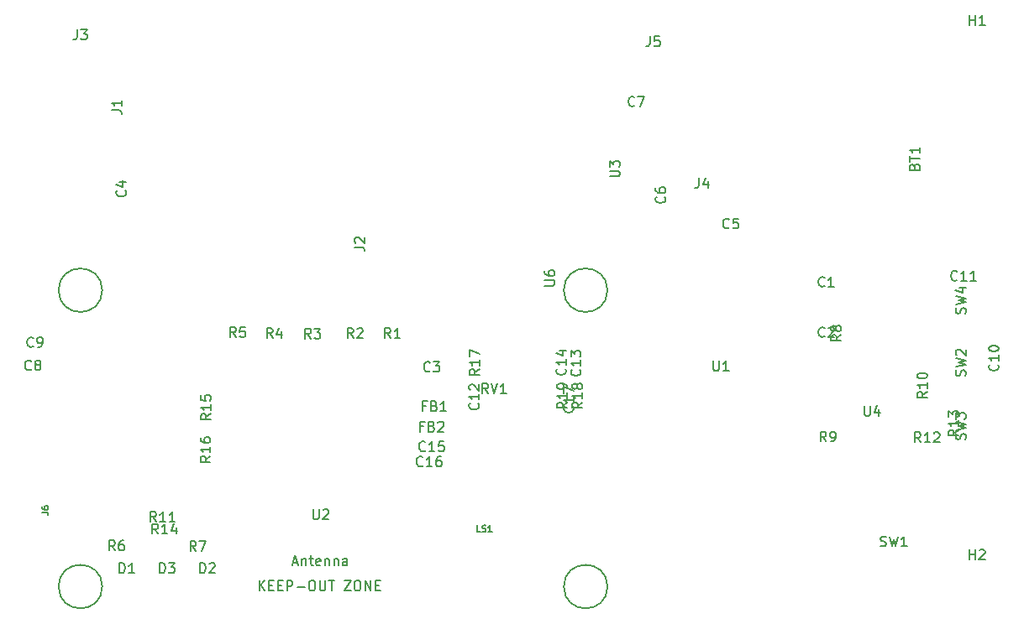
<source format=gbr>
%TF.GenerationSoftware,KiCad,Pcbnew,7.0.1*%
%TF.CreationDate,2023-04-16T22:16:48+10:00*%
%TF.ProjectId,XCopy Standalone,58436f70-7920-4537-9461-6e64616c6f6e,rev?*%
%TF.SameCoordinates,Original*%
%TF.FileFunction,Other,Comment*%
%FSLAX46Y46*%
G04 Gerber Fmt 4.6, Leading zero omitted, Abs format (unit mm)*
G04 Created by KiCad (PCBNEW 7.0.1) date 2023-04-16 22:16:48*
%MOMM*%
%LPD*%
G01*
G04 APERTURE LIST*
%ADD10C,0.150000*%
G04 APERTURE END LIST*
D10*
%TO.C,SW2*%
X141557200Y-93230532D02*
X141604819Y-93087675D01*
X141604819Y-93087675D02*
X141604819Y-92849580D01*
X141604819Y-92849580D02*
X141557200Y-92754342D01*
X141557200Y-92754342D02*
X141509580Y-92706723D01*
X141509580Y-92706723D02*
X141414342Y-92659104D01*
X141414342Y-92659104D02*
X141319104Y-92659104D01*
X141319104Y-92659104D02*
X141223866Y-92706723D01*
X141223866Y-92706723D02*
X141176247Y-92754342D01*
X141176247Y-92754342D02*
X141128628Y-92849580D01*
X141128628Y-92849580D02*
X141081009Y-93040056D01*
X141081009Y-93040056D02*
X141033390Y-93135294D01*
X141033390Y-93135294D02*
X140985771Y-93182913D01*
X140985771Y-93182913D02*
X140890533Y-93230532D01*
X140890533Y-93230532D02*
X140795295Y-93230532D01*
X140795295Y-93230532D02*
X140700057Y-93182913D01*
X140700057Y-93182913D02*
X140652438Y-93135294D01*
X140652438Y-93135294D02*
X140604819Y-93040056D01*
X140604819Y-93040056D02*
X140604819Y-92801961D01*
X140604819Y-92801961D02*
X140652438Y-92659104D01*
X140604819Y-92325770D02*
X141604819Y-92087675D01*
X141604819Y-92087675D02*
X140890533Y-91897199D01*
X140890533Y-91897199D02*
X141604819Y-91706723D01*
X141604819Y-91706723D02*
X140604819Y-91468628D01*
X140700057Y-91135294D02*
X140652438Y-91087675D01*
X140652438Y-91087675D02*
X140604819Y-90992437D01*
X140604819Y-90992437D02*
X140604819Y-90754342D01*
X140604819Y-90754342D02*
X140652438Y-90659104D01*
X140652438Y-90659104D02*
X140700057Y-90611485D01*
X140700057Y-90611485D02*
X140795295Y-90563866D01*
X140795295Y-90563866D02*
X140890533Y-90563866D01*
X140890533Y-90563866D02*
X141033390Y-90611485D01*
X141033390Y-90611485D02*
X141604819Y-91182913D01*
X141604819Y-91182913D02*
X141604819Y-90563866D01*
%TO.C,C12*%
X92464580Y-95994457D02*
X92512200Y-96042076D01*
X92512200Y-96042076D02*
X92559819Y-96184933D01*
X92559819Y-96184933D02*
X92559819Y-96280171D01*
X92559819Y-96280171D02*
X92512200Y-96423028D01*
X92512200Y-96423028D02*
X92416961Y-96518266D01*
X92416961Y-96518266D02*
X92321723Y-96565885D01*
X92321723Y-96565885D02*
X92131247Y-96613504D01*
X92131247Y-96613504D02*
X91988390Y-96613504D01*
X91988390Y-96613504D02*
X91797914Y-96565885D01*
X91797914Y-96565885D02*
X91702676Y-96518266D01*
X91702676Y-96518266D02*
X91607438Y-96423028D01*
X91607438Y-96423028D02*
X91559819Y-96280171D01*
X91559819Y-96280171D02*
X91559819Y-96184933D01*
X91559819Y-96184933D02*
X91607438Y-96042076D01*
X91607438Y-96042076D02*
X91655057Y-95994457D01*
X92559819Y-95042076D02*
X92559819Y-95613504D01*
X92559819Y-95327790D02*
X91559819Y-95327790D01*
X91559819Y-95327790D02*
X91702676Y-95423028D01*
X91702676Y-95423028D02*
X91797914Y-95518266D01*
X91797914Y-95518266D02*
X91845533Y-95613504D01*
X91655057Y-94661123D02*
X91607438Y-94613504D01*
X91607438Y-94613504D02*
X91559819Y-94518266D01*
X91559819Y-94518266D02*
X91559819Y-94280171D01*
X91559819Y-94280171D02*
X91607438Y-94184933D01*
X91607438Y-94184933D02*
X91655057Y-94137314D01*
X91655057Y-94137314D02*
X91750295Y-94089695D01*
X91750295Y-94089695D02*
X91845533Y-94089695D01*
X91845533Y-94089695D02*
X91988390Y-94137314D01*
X91988390Y-94137314D02*
X92559819Y-94708742D01*
X92559819Y-94708742D02*
X92559819Y-94089695D01*
%TO.C,R11*%
X60009142Y-107955419D02*
X59675809Y-107479228D01*
X59437714Y-107955419D02*
X59437714Y-106955419D01*
X59437714Y-106955419D02*
X59818666Y-106955419D01*
X59818666Y-106955419D02*
X59913904Y-107003038D01*
X59913904Y-107003038D02*
X59961523Y-107050657D01*
X59961523Y-107050657D02*
X60009142Y-107145895D01*
X60009142Y-107145895D02*
X60009142Y-107288752D01*
X60009142Y-107288752D02*
X59961523Y-107383990D01*
X59961523Y-107383990D02*
X59913904Y-107431609D01*
X59913904Y-107431609D02*
X59818666Y-107479228D01*
X59818666Y-107479228D02*
X59437714Y-107479228D01*
X60961523Y-107955419D02*
X60390095Y-107955419D01*
X60675809Y-107955419D02*
X60675809Y-106955419D01*
X60675809Y-106955419D02*
X60580571Y-107098276D01*
X60580571Y-107098276D02*
X60485333Y-107193514D01*
X60485333Y-107193514D02*
X60390095Y-107241133D01*
X61913904Y-107955419D02*
X61342476Y-107955419D01*
X61628190Y-107955419D02*
X61628190Y-106955419D01*
X61628190Y-106955419D02*
X61532952Y-107098276D01*
X61532952Y-107098276D02*
X61437714Y-107193514D01*
X61437714Y-107193514D02*
X61342476Y-107241133D01*
%TO.C,C5*%
X117770933Y-78254080D02*
X117723314Y-78301700D01*
X117723314Y-78301700D02*
X117580457Y-78349319D01*
X117580457Y-78349319D02*
X117485219Y-78349319D01*
X117485219Y-78349319D02*
X117342362Y-78301700D01*
X117342362Y-78301700D02*
X117247124Y-78206461D01*
X117247124Y-78206461D02*
X117199505Y-78111223D01*
X117199505Y-78111223D02*
X117151886Y-77920747D01*
X117151886Y-77920747D02*
X117151886Y-77777890D01*
X117151886Y-77777890D02*
X117199505Y-77587414D01*
X117199505Y-77587414D02*
X117247124Y-77492176D01*
X117247124Y-77492176D02*
X117342362Y-77396938D01*
X117342362Y-77396938D02*
X117485219Y-77349319D01*
X117485219Y-77349319D02*
X117580457Y-77349319D01*
X117580457Y-77349319D02*
X117723314Y-77396938D01*
X117723314Y-77396938D02*
X117770933Y-77444557D01*
X118675695Y-77349319D02*
X118199505Y-77349319D01*
X118199505Y-77349319D02*
X118151886Y-77825509D01*
X118151886Y-77825509D02*
X118199505Y-77777890D01*
X118199505Y-77777890D02*
X118294743Y-77730271D01*
X118294743Y-77730271D02*
X118532838Y-77730271D01*
X118532838Y-77730271D02*
X118628076Y-77777890D01*
X118628076Y-77777890D02*
X118675695Y-77825509D01*
X118675695Y-77825509D02*
X118723314Y-77920747D01*
X118723314Y-77920747D02*
X118723314Y-78158842D01*
X118723314Y-78158842D02*
X118675695Y-78254080D01*
X118675695Y-78254080D02*
X118628076Y-78301700D01*
X118628076Y-78301700D02*
X118532838Y-78349319D01*
X118532838Y-78349319D02*
X118294743Y-78349319D01*
X118294743Y-78349319D02*
X118199505Y-78301700D01*
X118199505Y-78301700D02*
X118151886Y-78254080D01*
%TO.C,D3*%
X60365305Y-113129419D02*
X60365305Y-112129419D01*
X60365305Y-112129419D02*
X60603400Y-112129419D01*
X60603400Y-112129419D02*
X60746257Y-112177038D01*
X60746257Y-112177038D02*
X60841495Y-112272276D01*
X60841495Y-112272276D02*
X60889114Y-112367514D01*
X60889114Y-112367514D02*
X60936733Y-112557990D01*
X60936733Y-112557990D02*
X60936733Y-112700847D01*
X60936733Y-112700847D02*
X60889114Y-112891323D01*
X60889114Y-112891323D02*
X60841495Y-112986561D01*
X60841495Y-112986561D02*
X60746257Y-113081800D01*
X60746257Y-113081800D02*
X60603400Y-113129419D01*
X60603400Y-113129419D02*
X60365305Y-113129419D01*
X61270067Y-112129419D02*
X61889114Y-112129419D01*
X61889114Y-112129419D02*
X61555781Y-112510371D01*
X61555781Y-112510371D02*
X61698638Y-112510371D01*
X61698638Y-112510371D02*
X61793876Y-112557990D01*
X61793876Y-112557990D02*
X61841495Y-112605609D01*
X61841495Y-112605609D02*
X61889114Y-112700847D01*
X61889114Y-112700847D02*
X61889114Y-112938942D01*
X61889114Y-112938942D02*
X61841495Y-113034180D01*
X61841495Y-113034180D02*
X61793876Y-113081800D01*
X61793876Y-113081800D02*
X61698638Y-113129419D01*
X61698638Y-113129419D02*
X61412924Y-113129419D01*
X61412924Y-113129419D02*
X61317686Y-113081800D01*
X61317686Y-113081800D02*
X61270067Y-113034180D01*
%TO.C,C16*%
X86882342Y-102272180D02*
X86834723Y-102319800D01*
X86834723Y-102319800D02*
X86691866Y-102367419D01*
X86691866Y-102367419D02*
X86596628Y-102367419D01*
X86596628Y-102367419D02*
X86453771Y-102319800D01*
X86453771Y-102319800D02*
X86358533Y-102224561D01*
X86358533Y-102224561D02*
X86310914Y-102129323D01*
X86310914Y-102129323D02*
X86263295Y-101938847D01*
X86263295Y-101938847D02*
X86263295Y-101795990D01*
X86263295Y-101795990D02*
X86310914Y-101605514D01*
X86310914Y-101605514D02*
X86358533Y-101510276D01*
X86358533Y-101510276D02*
X86453771Y-101415038D01*
X86453771Y-101415038D02*
X86596628Y-101367419D01*
X86596628Y-101367419D02*
X86691866Y-101367419D01*
X86691866Y-101367419D02*
X86834723Y-101415038D01*
X86834723Y-101415038D02*
X86882342Y-101462657D01*
X87834723Y-102367419D02*
X87263295Y-102367419D01*
X87549009Y-102367419D02*
X87549009Y-101367419D01*
X87549009Y-101367419D02*
X87453771Y-101510276D01*
X87453771Y-101510276D02*
X87358533Y-101605514D01*
X87358533Y-101605514D02*
X87263295Y-101653133D01*
X88691866Y-101367419D02*
X88501390Y-101367419D01*
X88501390Y-101367419D02*
X88406152Y-101415038D01*
X88406152Y-101415038D02*
X88358533Y-101462657D01*
X88358533Y-101462657D02*
X88263295Y-101605514D01*
X88263295Y-101605514D02*
X88215676Y-101795990D01*
X88215676Y-101795990D02*
X88215676Y-102176942D01*
X88215676Y-102176942D02*
X88263295Y-102272180D01*
X88263295Y-102272180D02*
X88310914Y-102319800D01*
X88310914Y-102319800D02*
X88406152Y-102367419D01*
X88406152Y-102367419D02*
X88596628Y-102367419D01*
X88596628Y-102367419D02*
X88691866Y-102319800D01*
X88691866Y-102319800D02*
X88739485Y-102272180D01*
X88739485Y-102272180D02*
X88787104Y-102176942D01*
X88787104Y-102176942D02*
X88787104Y-101938847D01*
X88787104Y-101938847D02*
X88739485Y-101843609D01*
X88739485Y-101843609D02*
X88691866Y-101795990D01*
X88691866Y-101795990D02*
X88596628Y-101748371D01*
X88596628Y-101748371D02*
X88406152Y-101748371D01*
X88406152Y-101748371D02*
X88310914Y-101795990D01*
X88310914Y-101795990D02*
X88263295Y-101843609D01*
X88263295Y-101843609D02*
X88215676Y-101938847D01*
%TO.C,U6*%
X99179819Y-84124704D02*
X99989342Y-84124704D01*
X99989342Y-84124704D02*
X100084580Y-84077085D01*
X100084580Y-84077085D02*
X100132200Y-84029466D01*
X100132200Y-84029466D02*
X100179819Y-83934228D01*
X100179819Y-83934228D02*
X100179819Y-83743752D01*
X100179819Y-83743752D02*
X100132200Y-83648514D01*
X100132200Y-83648514D02*
X100084580Y-83600895D01*
X100084580Y-83600895D02*
X99989342Y-83553276D01*
X99989342Y-83553276D02*
X99179819Y-83553276D01*
X99179819Y-82648514D02*
X99179819Y-82838990D01*
X99179819Y-82838990D02*
X99227438Y-82934228D01*
X99227438Y-82934228D02*
X99275057Y-82981847D01*
X99275057Y-82981847D02*
X99417914Y-83077085D01*
X99417914Y-83077085D02*
X99608390Y-83124704D01*
X99608390Y-83124704D02*
X99989342Y-83124704D01*
X99989342Y-83124704D02*
X100084580Y-83077085D01*
X100084580Y-83077085D02*
X100132200Y-83029466D01*
X100132200Y-83029466D02*
X100179819Y-82934228D01*
X100179819Y-82934228D02*
X100179819Y-82743752D01*
X100179819Y-82743752D02*
X100132200Y-82648514D01*
X100132200Y-82648514D02*
X100084580Y-82600895D01*
X100084580Y-82600895D02*
X99989342Y-82553276D01*
X99989342Y-82553276D02*
X99751247Y-82553276D01*
X99751247Y-82553276D02*
X99656009Y-82600895D01*
X99656009Y-82600895D02*
X99608390Y-82648514D01*
X99608390Y-82648514D02*
X99560771Y-82743752D01*
X99560771Y-82743752D02*
X99560771Y-82934228D01*
X99560771Y-82934228D02*
X99608390Y-83029466D01*
X99608390Y-83029466D02*
X99656009Y-83077085D01*
X99656009Y-83077085D02*
X99751247Y-83124704D01*
%TO.C,U4*%
X131401095Y-96262019D02*
X131401095Y-97071542D01*
X131401095Y-97071542D02*
X131448714Y-97166780D01*
X131448714Y-97166780D02*
X131496333Y-97214400D01*
X131496333Y-97214400D02*
X131591571Y-97262019D01*
X131591571Y-97262019D02*
X131782047Y-97262019D01*
X131782047Y-97262019D02*
X131877285Y-97214400D01*
X131877285Y-97214400D02*
X131924904Y-97166780D01*
X131924904Y-97166780D02*
X131972523Y-97071542D01*
X131972523Y-97071542D02*
X131972523Y-96262019D01*
X132877285Y-96595352D02*
X132877285Y-97262019D01*
X132639190Y-96214400D02*
X132401095Y-96928685D01*
X132401095Y-96928685D02*
X133020142Y-96928685D01*
%TO.C,C11*%
X140754392Y-83526980D02*
X140706773Y-83574600D01*
X140706773Y-83574600D02*
X140563916Y-83622219D01*
X140563916Y-83622219D02*
X140468678Y-83622219D01*
X140468678Y-83622219D02*
X140325821Y-83574600D01*
X140325821Y-83574600D02*
X140230583Y-83479361D01*
X140230583Y-83479361D02*
X140182964Y-83384123D01*
X140182964Y-83384123D02*
X140135345Y-83193647D01*
X140135345Y-83193647D02*
X140135345Y-83050790D01*
X140135345Y-83050790D02*
X140182964Y-82860314D01*
X140182964Y-82860314D02*
X140230583Y-82765076D01*
X140230583Y-82765076D02*
X140325821Y-82669838D01*
X140325821Y-82669838D02*
X140468678Y-82622219D01*
X140468678Y-82622219D02*
X140563916Y-82622219D01*
X140563916Y-82622219D02*
X140706773Y-82669838D01*
X140706773Y-82669838D02*
X140754392Y-82717457D01*
X141706773Y-83622219D02*
X141135345Y-83622219D01*
X141421059Y-83622219D02*
X141421059Y-82622219D01*
X141421059Y-82622219D02*
X141325821Y-82765076D01*
X141325821Y-82765076D02*
X141230583Y-82860314D01*
X141230583Y-82860314D02*
X141135345Y-82907933D01*
X142659154Y-83622219D02*
X142087726Y-83622219D01*
X142373440Y-83622219D02*
X142373440Y-82622219D01*
X142373440Y-82622219D02*
X142278202Y-82765076D01*
X142278202Y-82765076D02*
X142182964Y-82860314D01*
X142182964Y-82860314D02*
X142087726Y-82907933D01*
%TO.C,SW4*%
X141557200Y-86931332D02*
X141604819Y-86788475D01*
X141604819Y-86788475D02*
X141604819Y-86550380D01*
X141604819Y-86550380D02*
X141557200Y-86455142D01*
X141557200Y-86455142D02*
X141509580Y-86407523D01*
X141509580Y-86407523D02*
X141414342Y-86359904D01*
X141414342Y-86359904D02*
X141319104Y-86359904D01*
X141319104Y-86359904D02*
X141223866Y-86407523D01*
X141223866Y-86407523D02*
X141176247Y-86455142D01*
X141176247Y-86455142D02*
X141128628Y-86550380D01*
X141128628Y-86550380D02*
X141081009Y-86740856D01*
X141081009Y-86740856D02*
X141033390Y-86836094D01*
X141033390Y-86836094D02*
X140985771Y-86883713D01*
X140985771Y-86883713D02*
X140890533Y-86931332D01*
X140890533Y-86931332D02*
X140795295Y-86931332D01*
X140795295Y-86931332D02*
X140700057Y-86883713D01*
X140700057Y-86883713D02*
X140652438Y-86836094D01*
X140652438Y-86836094D02*
X140604819Y-86740856D01*
X140604819Y-86740856D02*
X140604819Y-86502761D01*
X140604819Y-86502761D02*
X140652438Y-86359904D01*
X140604819Y-86026570D02*
X141604819Y-85788475D01*
X141604819Y-85788475D02*
X140890533Y-85597999D01*
X140890533Y-85597999D02*
X141604819Y-85407523D01*
X141604819Y-85407523D02*
X140604819Y-85169428D01*
X140938152Y-84359904D02*
X141604819Y-84359904D01*
X140557200Y-84597999D02*
X141271485Y-84836094D01*
X141271485Y-84836094D02*
X141271485Y-84217047D01*
%TO.C,R6*%
X55862533Y-110851019D02*
X55529200Y-110374828D01*
X55291105Y-110851019D02*
X55291105Y-109851019D01*
X55291105Y-109851019D02*
X55672057Y-109851019D01*
X55672057Y-109851019D02*
X55767295Y-109898638D01*
X55767295Y-109898638D02*
X55814914Y-109946257D01*
X55814914Y-109946257D02*
X55862533Y-110041495D01*
X55862533Y-110041495D02*
X55862533Y-110184352D01*
X55862533Y-110184352D02*
X55814914Y-110279590D01*
X55814914Y-110279590D02*
X55767295Y-110327209D01*
X55767295Y-110327209D02*
X55672057Y-110374828D01*
X55672057Y-110374828D02*
X55291105Y-110374828D01*
X56719676Y-109851019D02*
X56529200Y-109851019D01*
X56529200Y-109851019D02*
X56433962Y-109898638D01*
X56433962Y-109898638D02*
X56386343Y-109946257D01*
X56386343Y-109946257D02*
X56291105Y-110089114D01*
X56291105Y-110089114D02*
X56243486Y-110279590D01*
X56243486Y-110279590D02*
X56243486Y-110660542D01*
X56243486Y-110660542D02*
X56291105Y-110755780D01*
X56291105Y-110755780D02*
X56338724Y-110803400D01*
X56338724Y-110803400D02*
X56433962Y-110851019D01*
X56433962Y-110851019D02*
X56624438Y-110851019D01*
X56624438Y-110851019D02*
X56719676Y-110803400D01*
X56719676Y-110803400D02*
X56767295Y-110755780D01*
X56767295Y-110755780D02*
X56814914Y-110660542D01*
X56814914Y-110660542D02*
X56814914Y-110422447D01*
X56814914Y-110422447D02*
X56767295Y-110327209D01*
X56767295Y-110327209D02*
X56719676Y-110279590D01*
X56719676Y-110279590D02*
X56624438Y-110231971D01*
X56624438Y-110231971D02*
X56433962Y-110231971D01*
X56433962Y-110231971D02*
X56338724Y-110279590D01*
X56338724Y-110279590D02*
X56291105Y-110327209D01*
X56291105Y-110327209D02*
X56243486Y-110422447D01*
%TO.C,J1*%
X55530619Y-66416191D02*
X56244904Y-66416191D01*
X56244904Y-66416191D02*
X56387761Y-66463810D01*
X56387761Y-66463810D02*
X56483000Y-66559048D01*
X56483000Y-66559048D02*
X56530619Y-66701905D01*
X56530619Y-66701905D02*
X56530619Y-66797143D01*
X56530619Y-65416191D02*
X56530619Y-65987619D01*
X56530619Y-65701905D02*
X55530619Y-65701905D01*
X55530619Y-65701905D02*
X55673476Y-65797143D01*
X55673476Y-65797143D02*
X55768714Y-65892381D01*
X55768714Y-65892381D02*
X55816333Y-65987619D01*
%TO.C,C6*%
X111256180Y-75147466D02*
X111303800Y-75195085D01*
X111303800Y-75195085D02*
X111351419Y-75337942D01*
X111351419Y-75337942D02*
X111351419Y-75433180D01*
X111351419Y-75433180D02*
X111303800Y-75576037D01*
X111303800Y-75576037D02*
X111208561Y-75671275D01*
X111208561Y-75671275D02*
X111113323Y-75718894D01*
X111113323Y-75718894D02*
X110922847Y-75766513D01*
X110922847Y-75766513D02*
X110779990Y-75766513D01*
X110779990Y-75766513D02*
X110589514Y-75718894D01*
X110589514Y-75718894D02*
X110494276Y-75671275D01*
X110494276Y-75671275D02*
X110399038Y-75576037D01*
X110399038Y-75576037D02*
X110351419Y-75433180D01*
X110351419Y-75433180D02*
X110351419Y-75337942D01*
X110351419Y-75337942D02*
X110399038Y-75195085D01*
X110399038Y-75195085D02*
X110446657Y-75147466D01*
X110351419Y-74290323D02*
X110351419Y-74480799D01*
X110351419Y-74480799D02*
X110399038Y-74576037D01*
X110399038Y-74576037D02*
X110446657Y-74623656D01*
X110446657Y-74623656D02*
X110589514Y-74718894D01*
X110589514Y-74718894D02*
X110779990Y-74766513D01*
X110779990Y-74766513D02*
X111160942Y-74766513D01*
X111160942Y-74766513D02*
X111256180Y-74718894D01*
X111256180Y-74718894D02*
X111303800Y-74671275D01*
X111303800Y-74671275D02*
X111351419Y-74576037D01*
X111351419Y-74576037D02*
X111351419Y-74385561D01*
X111351419Y-74385561D02*
X111303800Y-74290323D01*
X111303800Y-74290323D02*
X111256180Y-74242704D01*
X111256180Y-74242704D02*
X111160942Y-74195085D01*
X111160942Y-74195085D02*
X110922847Y-74195085D01*
X110922847Y-74195085D02*
X110827609Y-74242704D01*
X110827609Y-74242704D02*
X110779990Y-74290323D01*
X110779990Y-74290323D02*
X110732371Y-74385561D01*
X110732371Y-74385561D02*
X110732371Y-74576037D01*
X110732371Y-74576037D02*
X110779990Y-74671275D01*
X110779990Y-74671275D02*
X110827609Y-74718894D01*
X110827609Y-74718894D02*
X110922847Y-74766513D01*
%TO.C,C13*%
X102726180Y-92590457D02*
X102773800Y-92638076D01*
X102773800Y-92638076D02*
X102821419Y-92780933D01*
X102821419Y-92780933D02*
X102821419Y-92876171D01*
X102821419Y-92876171D02*
X102773800Y-93019028D01*
X102773800Y-93019028D02*
X102678561Y-93114266D01*
X102678561Y-93114266D02*
X102583323Y-93161885D01*
X102583323Y-93161885D02*
X102392847Y-93209504D01*
X102392847Y-93209504D02*
X102249990Y-93209504D01*
X102249990Y-93209504D02*
X102059514Y-93161885D01*
X102059514Y-93161885D02*
X101964276Y-93114266D01*
X101964276Y-93114266D02*
X101869038Y-93019028D01*
X101869038Y-93019028D02*
X101821419Y-92876171D01*
X101821419Y-92876171D02*
X101821419Y-92780933D01*
X101821419Y-92780933D02*
X101869038Y-92638076D01*
X101869038Y-92638076D02*
X101916657Y-92590457D01*
X102821419Y-91638076D02*
X102821419Y-92209504D01*
X102821419Y-91923790D02*
X101821419Y-91923790D01*
X101821419Y-91923790D02*
X101964276Y-92019028D01*
X101964276Y-92019028D02*
X102059514Y-92114266D01*
X102059514Y-92114266D02*
X102107133Y-92209504D01*
X101821419Y-91304742D02*
X101821419Y-90685695D01*
X101821419Y-90685695D02*
X102202371Y-91019028D01*
X102202371Y-91019028D02*
X102202371Y-90876171D01*
X102202371Y-90876171D02*
X102249990Y-90780933D01*
X102249990Y-90780933D02*
X102297609Y-90733314D01*
X102297609Y-90733314D02*
X102392847Y-90685695D01*
X102392847Y-90685695D02*
X102630942Y-90685695D01*
X102630942Y-90685695D02*
X102726180Y-90733314D01*
X102726180Y-90733314D02*
X102773800Y-90780933D01*
X102773800Y-90780933D02*
X102821419Y-90876171D01*
X102821419Y-90876171D02*
X102821419Y-91161885D01*
X102821419Y-91161885D02*
X102773800Y-91257123D01*
X102773800Y-91257123D02*
X102726180Y-91304742D01*
%TO.C,C7*%
X108240533Y-65942580D02*
X108192914Y-65990200D01*
X108192914Y-65990200D02*
X108050057Y-66037819D01*
X108050057Y-66037819D02*
X107954819Y-66037819D01*
X107954819Y-66037819D02*
X107811962Y-65990200D01*
X107811962Y-65990200D02*
X107716724Y-65894961D01*
X107716724Y-65894961D02*
X107669105Y-65799723D01*
X107669105Y-65799723D02*
X107621486Y-65609247D01*
X107621486Y-65609247D02*
X107621486Y-65466390D01*
X107621486Y-65466390D02*
X107669105Y-65275914D01*
X107669105Y-65275914D02*
X107716724Y-65180676D01*
X107716724Y-65180676D02*
X107811962Y-65085438D01*
X107811962Y-65085438D02*
X107954819Y-65037819D01*
X107954819Y-65037819D02*
X108050057Y-65037819D01*
X108050057Y-65037819D02*
X108192914Y-65085438D01*
X108192914Y-65085438D02*
X108240533Y-65133057D01*
X108573867Y-65037819D02*
X109240533Y-65037819D01*
X109240533Y-65037819D02*
X108811962Y-66037819D01*
%TO.C,R3*%
X75623733Y-89464219D02*
X75290400Y-88988028D01*
X75052305Y-89464219D02*
X75052305Y-88464219D01*
X75052305Y-88464219D02*
X75433257Y-88464219D01*
X75433257Y-88464219D02*
X75528495Y-88511838D01*
X75528495Y-88511838D02*
X75576114Y-88559457D01*
X75576114Y-88559457D02*
X75623733Y-88654695D01*
X75623733Y-88654695D02*
X75623733Y-88797552D01*
X75623733Y-88797552D02*
X75576114Y-88892790D01*
X75576114Y-88892790D02*
X75528495Y-88940409D01*
X75528495Y-88940409D02*
X75433257Y-88988028D01*
X75433257Y-88988028D02*
X75052305Y-88988028D01*
X75957067Y-88464219D02*
X76576114Y-88464219D01*
X76576114Y-88464219D02*
X76242781Y-88845171D01*
X76242781Y-88845171D02*
X76385638Y-88845171D01*
X76385638Y-88845171D02*
X76480876Y-88892790D01*
X76480876Y-88892790D02*
X76528495Y-88940409D01*
X76528495Y-88940409D02*
X76576114Y-89035647D01*
X76576114Y-89035647D02*
X76576114Y-89273742D01*
X76576114Y-89273742D02*
X76528495Y-89368980D01*
X76528495Y-89368980D02*
X76480876Y-89416600D01*
X76480876Y-89416600D02*
X76385638Y-89464219D01*
X76385638Y-89464219D02*
X76099924Y-89464219D01*
X76099924Y-89464219D02*
X76004686Y-89416600D01*
X76004686Y-89416600D02*
X75957067Y-89368980D01*
%TO.C,U2*%
X75841295Y-106701419D02*
X75841295Y-107510942D01*
X75841295Y-107510942D02*
X75888914Y-107606180D01*
X75888914Y-107606180D02*
X75936533Y-107653800D01*
X75936533Y-107653800D02*
X76031771Y-107701419D01*
X76031771Y-107701419D02*
X76222247Y-107701419D01*
X76222247Y-107701419D02*
X76317485Y-107653800D01*
X76317485Y-107653800D02*
X76365104Y-107606180D01*
X76365104Y-107606180D02*
X76412723Y-107510942D01*
X76412723Y-107510942D02*
X76412723Y-106701419D01*
X76841295Y-106796657D02*
X76888914Y-106749038D01*
X76888914Y-106749038D02*
X76984152Y-106701419D01*
X76984152Y-106701419D02*
X77222247Y-106701419D01*
X77222247Y-106701419D02*
X77317485Y-106749038D01*
X77317485Y-106749038D02*
X77365104Y-106796657D01*
X77365104Y-106796657D02*
X77412723Y-106891895D01*
X77412723Y-106891895D02*
X77412723Y-106987133D01*
X77412723Y-106987133D02*
X77365104Y-107129990D01*
X77365104Y-107129990D02*
X76793676Y-107701419D01*
X76793676Y-107701419D02*
X77412723Y-107701419D01*
X70400171Y-114907419D02*
X70400171Y-113907419D01*
X70971599Y-114907419D02*
X70543028Y-114335990D01*
X70971599Y-113907419D02*
X70400171Y-114478847D01*
X71400171Y-114383609D02*
X71733504Y-114383609D01*
X71876361Y-114907419D02*
X71400171Y-114907419D01*
X71400171Y-114907419D02*
X71400171Y-113907419D01*
X71400171Y-113907419D02*
X71876361Y-113907419D01*
X72304933Y-114383609D02*
X72638266Y-114383609D01*
X72781123Y-114907419D02*
X72304933Y-114907419D01*
X72304933Y-114907419D02*
X72304933Y-113907419D01*
X72304933Y-113907419D02*
X72781123Y-113907419D01*
X73209695Y-114907419D02*
X73209695Y-113907419D01*
X73209695Y-113907419D02*
X73590647Y-113907419D01*
X73590647Y-113907419D02*
X73685885Y-113955038D01*
X73685885Y-113955038D02*
X73733504Y-114002657D01*
X73733504Y-114002657D02*
X73781123Y-114097895D01*
X73781123Y-114097895D02*
X73781123Y-114240752D01*
X73781123Y-114240752D02*
X73733504Y-114335990D01*
X73733504Y-114335990D02*
X73685885Y-114383609D01*
X73685885Y-114383609D02*
X73590647Y-114431228D01*
X73590647Y-114431228D02*
X73209695Y-114431228D01*
X74209695Y-114526466D02*
X74971600Y-114526466D01*
X75638266Y-113907419D02*
X75828742Y-113907419D01*
X75828742Y-113907419D02*
X75923980Y-113955038D01*
X75923980Y-113955038D02*
X76019218Y-114050276D01*
X76019218Y-114050276D02*
X76066837Y-114240752D01*
X76066837Y-114240752D02*
X76066837Y-114574085D01*
X76066837Y-114574085D02*
X76019218Y-114764561D01*
X76019218Y-114764561D02*
X75923980Y-114859800D01*
X75923980Y-114859800D02*
X75828742Y-114907419D01*
X75828742Y-114907419D02*
X75638266Y-114907419D01*
X75638266Y-114907419D02*
X75543028Y-114859800D01*
X75543028Y-114859800D02*
X75447790Y-114764561D01*
X75447790Y-114764561D02*
X75400171Y-114574085D01*
X75400171Y-114574085D02*
X75400171Y-114240752D01*
X75400171Y-114240752D02*
X75447790Y-114050276D01*
X75447790Y-114050276D02*
X75543028Y-113955038D01*
X75543028Y-113955038D02*
X75638266Y-113907419D01*
X76495409Y-113907419D02*
X76495409Y-114716942D01*
X76495409Y-114716942D02*
X76543028Y-114812180D01*
X76543028Y-114812180D02*
X76590647Y-114859800D01*
X76590647Y-114859800D02*
X76685885Y-114907419D01*
X76685885Y-114907419D02*
X76876361Y-114907419D01*
X76876361Y-114907419D02*
X76971599Y-114859800D01*
X76971599Y-114859800D02*
X77019218Y-114812180D01*
X77019218Y-114812180D02*
X77066837Y-114716942D01*
X77066837Y-114716942D02*
X77066837Y-113907419D01*
X77400171Y-113907419D02*
X77971599Y-113907419D01*
X77685885Y-114907419D02*
X77685885Y-113907419D01*
X78971600Y-113907419D02*
X79638266Y-113907419D01*
X79638266Y-113907419D02*
X78971600Y-114907419D01*
X78971600Y-114907419D02*
X79638266Y-114907419D01*
X80209695Y-113907419D02*
X80400171Y-113907419D01*
X80400171Y-113907419D02*
X80495409Y-113955038D01*
X80495409Y-113955038D02*
X80590647Y-114050276D01*
X80590647Y-114050276D02*
X80638266Y-114240752D01*
X80638266Y-114240752D02*
X80638266Y-114574085D01*
X80638266Y-114574085D02*
X80590647Y-114764561D01*
X80590647Y-114764561D02*
X80495409Y-114859800D01*
X80495409Y-114859800D02*
X80400171Y-114907419D01*
X80400171Y-114907419D02*
X80209695Y-114907419D01*
X80209695Y-114907419D02*
X80114457Y-114859800D01*
X80114457Y-114859800D02*
X80019219Y-114764561D01*
X80019219Y-114764561D02*
X79971600Y-114574085D01*
X79971600Y-114574085D02*
X79971600Y-114240752D01*
X79971600Y-114240752D02*
X80019219Y-114050276D01*
X80019219Y-114050276D02*
X80114457Y-113955038D01*
X80114457Y-113955038D02*
X80209695Y-113907419D01*
X81066838Y-114907419D02*
X81066838Y-113907419D01*
X81066838Y-113907419D02*
X81638266Y-114907419D01*
X81638266Y-114907419D02*
X81638266Y-113907419D01*
X82114457Y-114383609D02*
X82447790Y-114383609D01*
X82590647Y-114907419D02*
X82114457Y-114907419D01*
X82114457Y-114907419D02*
X82114457Y-113907419D01*
X82114457Y-113907419D02*
X82590647Y-113907419D01*
X73799695Y-112071704D02*
X74275885Y-112071704D01*
X73704457Y-112357419D02*
X74037790Y-111357419D01*
X74037790Y-111357419D02*
X74371123Y-112357419D01*
X74704457Y-111690752D02*
X74704457Y-112357419D01*
X74704457Y-111785990D02*
X74752076Y-111738371D01*
X74752076Y-111738371D02*
X74847314Y-111690752D01*
X74847314Y-111690752D02*
X74990171Y-111690752D01*
X74990171Y-111690752D02*
X75085409Y-111738371D01*
X75085409Y-111738371D02*
X75133028Y-111833609D01*
X75133028Y-111833609D02*
X75133028Y-112357419D01*
X75466362Y-111690752D02*
X75847314Y-111690752D01*
X75609219Y-111357419D02*
X75609219Y-112214561D01*
X75609219Y-112214561D02*
X75656838Y-112309800D01*
X75656838Y-112309800D02*
X75752076Y-112357419D01*
X75752076Y-112357419D02*
X75847314Y-112357419D01*
X76561600Y-112309800D02*
X76466362Y-112357419D01*
X76466362Y-112357419D02*
X76275886Y-112357419D01*
X76275886Y-112357419D02*
X76180648Y-112309800D01*
X76180648Y-112309800D02*
X76133029Y-112214561D01*
X76133029Y-112214561D02*
X76133029Y-111833609D01*
X76133029Y-111833609D02*
X76180648Y-111738371D01*
X76180648Y-111738371D02*
X76275886Y-111690752D01*
X76275886Y-111690752D02*
X76466362Y-111690752D01*
X76466362Y-111690752D02*
X76561600Y-111738371D01*
X76561600Y-111738371D02*
X76609219Y-111833609D01*
X76609219Y-111833609D02*
X76609219Y-111928847D01*
X76609219Y-111928847D02*
X76133029Y-112024085D01*
X77037791Y-111690752D02*
X77037791Y-112357419D01*
X77037791Y-111785990D02*
X77085410Y-111738371D01*
X77085410Y-111738371D02*
X77180648Y-111690752D01*
X77180648Y-111690752D02*
X77323505Y-111690752D01*
X77323505Y-111690752D02*
X77418743Y-111738371D01*
X77418743Y-111738371D02*
X77466362Y-111833609D01*
X77466362Y-111833609D02*
X77466362Y-112357419D01*
X77942553Y-111690752D02*
X77942553Y-112357419D01*
X77942553Y-111785990D02*
X77990172Y-111738371D01*
X77990172Y-111738371D02*
X78085410Y-111690752D01*
X78085410Y-111690752D02*
X78228267Y-111690752D01*
X78228267Y-111690752D02*
X78323505Y-111738371D01*
X78323505Y-111738371D02*
X78371124Y-111833609D01*
X78371124Y-111833609D02*
X78371124Y-112357419D01*
X79275886Y-112357419D02*
X79275886Y-111833609D01*
X79275886Y-111833609D02*
X79228267Y-111738371D01*
X79228267Y-111738371D02*
X79133029Y-111690752D01*
X79133029Y-111690752D02*
X78942553Y-111690752D01*
X78942553Y-111690752D02*
X78847315Y-111738371D01*
X79275886Y-112309800D02*
X79180648Y-112357419D01*
X79180648Y-112357419D02*
X78942553Y-112357419D01*
X78942553Y-112357419D02*
X78847315Y-112309800D01*
X78847315Y-112309800D02*
X78799696Y-112214561D01*
X78799696Y-112214561D02*
X78799696Y-112119323D01*
X78799696Y-112119323D02*
X78847315Y-112024085D01*
X78847315Y-112024085D02*
X78942553Y-111976466D01*
X78942553Y-111976466D02*
X79180648Y-111976466D01*
X79180648Y-111976466D02*
X79275886Y-111928847D01*
%TO.C,C3*%
X87615733Y-92718180D02*
X87568114Y-92765800D01*
X87568114Y-92765800D02*
X87425257Y-92813419D01*
X87425257Y-92813419D02*
X87330019Y-92813419D01*
X87330019Y-92813419D02*
X87187162Y-92765800D01*
X87187162Y-92765800D02*
X87091924Y-92670561D01*
X87091924Y-92670561D02*
X87044305Y-92575323D01*
X87044305Y-92575323D02*
X86996686Y-92384847D01*
X86996686Y-92384847D02*
X86996686Y-92241990D01*
X86996686Y-92241990D02*
X87044305Y-92051514D01*
X87044305Y-92051514D02*
X87091924Y-91956276D01*
X87091924Y-91956276D02*
X87187162Y-91861038D01*
X87187162Y-91861038D02*
X87330019Y-91813419D01*
X87330019Y-91813419D02*
X87425257Y-91813419D01*
X87425257Y-91813419D02*
X87568114Y-91861038D01*
X87568114Y-91861038D02*
X87615733Y-91908657D01*
X87949067Y-91813419D02*
X88568114Y-91813419D01*
X88568114Y-91813419D02*
X88234781Y-92194371D01*
X88234781Y-92194371D02*
X88377638Y-92194371D01*
X88377638Y-92194371D02*
X88472876Y-92241990D01*
X88472876Y-92241990D02*
X88520495Y-92289609D01*
X88520495Y-92289609D02*
X88568114Y-92384847D01*
X88568114Y-92384847D02*
X88568114Y-92622942D01*
X88568114Y-92622942D02*
X88520495Y-92718180D01*
X88520495Y-92718180D02*
X88472876Y-92765800D01*
X88472876Y-92765800D02*
X88377638Y-92813419D01*
X88377638Y-92813419D02*
X88091924Y-92813419D01*
X88091924Y-92813419D02*
X87996686Y-92765800D01*
X87996686Y-92765800D02*
X87949067Y-92718180D01*
%TO.C,C15*%
X87136342Y-100748180D02*
X87088723Y-100795800D01*
X87088723Y-100795800D02*
X86945866Y-100843419D01*
X86945866Y-100843419D02*
X86850628Y-100843419D01*
X86850628Y-100843419D02*
X86707771Y-100795800D01*
X86707771Y-100795800D02*
X86612533Y-100700561D01*
X86612533Y-100700561D02*
X86564914Y-100605323D01*
X86564914Y-100605323D02*
X86517295Y-100414847D01*
X86517295Y-100414847D02*
X86517295Y-100271990D01*
X86517295Y-100271990D02*
X86564914Y-100081514D01*
X86564914Y-100081514D02*
X86612533Y-99986276D01*
X86612533Y-99986276D02*
X86707771Y-99891038D01*
X86707771Y-99891038D02*
X86850628Y-99843419D01*
X86850628Y-99843419D02*
X86945866Y-99843419D01*
X86945866Y-99843419D02*
X87088723Y-99891038D01*
X87088723Y-99891038D02*
X87136342Y-99938657D01*
X88088723Y-100843419D02*
X87517295Y-100843419D01*
X87803009Y-100843419D02*
X87803009Y-99843419D01*
X87803009Y-99843419D02*
X87707771Y-99986276D01*
X87707771Y-99986276D02*
X87612533Y-100081514D01*
X87612533Y-100081514D02*
X87517295Y-100129133D01*
X88993485Y-99843419D02*
X88517295Y-99843419D01*
X88517295Y-99843419D02*
X88469676Y-100319609D01*
X88469676Y-100319609D02*
X88517295Y-100271990D01*
X88517295Y-100271990D02*
X88612533Y-100224371D01*
X88612533Y-100224371D02*
X88850628Y-100224371D01*
X88850628Y-100224371D02*
X88945866Y-100271990D01*
X88945866Y-100271990D02*
X88993485Y-100319609D01*
X88993485Y-100319609D02*
X89041104Y-100414847D01*
X89041104Y-100414847D02*
X89041104Y-100652942D01*
X89041104Y-100652942D02*
X88993485Y-100748180D01*
X88993485Y-100748180D02*
X88945866Y-100795800D01*
X88945866Y-100795800D02*
X88850628Y-100843419D01*
X88850628Y-100843419D02*
X88612533Y-100843419D01*
X88612533Y-100843419D02*
X88517295Y-100795800D01*
X88517295Y-100795800D02*
X88469676Y-100748180D01*
%TO.C,J3*%
X52041466Y-58289019D02*
X52041466Y-59003304D01*
X52041466Y-59003304D02*
X51993847Y-59146161D01*
X51993847Y-59146161D02*
X51898609Y-59241400D01*
X51898609Y-59241400D02*
X51755752Y-59289019D01*
X51755752Y-59289019D02*
X51660514Y-59289019D01*
X52422419Y-58289019D02*
X53041466Y-58289019D01*
X53041466Y-58289019D02*
X52708133Y-58669971D01*
X52708133Y-58669971D02*
X52850990Y-58669971D01*
X52850990Y-58669971D02*
X52946228Y-58717590D01*
X52946228Y-58717590D02*
X52993847Y-58765209D01*
X52993847Y-58765209D02*
X53041466Y-58860447D01*
X53041466Y-58860447D02*
X53041466Y-59098542D01*
X53041466Y-59098542D02*
X52993847Y-59193780D01*
X52993847Y-59193780D02*
X52946228Y-59241400D01*
X52946228Y-59241400D02*
X52850990Y-59289019D01*
X52850990Y-59289019D02*
X52565276Y-59289019D01*
X52565276Y-59289019D02*
X52470038Y-59241400D01*
X52470038Y-59241400D02*
X52422419Y-59193780D01*
%TO.C,R2*%
X79890933Y-89413419D02*
X79557600Y-88937228D01*
X79319505Y-89413419D02*
X79319505Y-88413419D01*
X79319505Y-88413419D02*
X79700457Y-88413419D01*
X79700457Y-88413419D02*
X79795695Y-88461038D01*
X79795695Y-88461038D02*
X79843314Y-88508657D01*
X79843314Y-88508657D02*
X79890933Y-88603895D01*
X79890933Y-88603895D02*
X79890933Y-88746752D01*
X79890933Y-88746752D02*
X79843314Y-88841990D01*
X79843314Y-88841990D02*
X79795695Y-88889609D01*
X79795695Y-88889609D02*
X79700457Y-88937228D01*
X79700457Y-88937228D02*
X79319505Y-88937228D01*
X80271886Y-88508657D02*
X80319505Y-88461038D01*
X80319505Y-88461038D02*
X80414743Y-88413419D01*
X80414743Y-88413419D02*
X80652838Y-88413419D01*
X80652838Y-88413419D02*
X80748076Y-88461038D01*
X80748076Y-88461038D02*
X80795695Y-88508657D01*
X80795695Y-88508657D02*
X80843314Y-88603895D01*
X80843314Y-88603895D02*
X80843314Y-88699133D01*
X80843314Y-88699133D02*
X80795695Y-88841990D01*
X80795695Y-88841990D02*
X80224267Y-89413419D01*
X80224267Y-89413419D02*
X80843314Y-89413419D01*
%TO.C,R17*%
X92610619Y-92540057D02*
X92134428Y-92873390D01*
X92610619Y-93111485D02*
X91610619Y-93111485D01*
X91610619Y-93111485D02*
X91610619Y-92730533D01*
X91610619Y-92730533D02*
X91658238Y-92635295D01*
X91658238Y-92635295D02*
X91705857Y-92587676D01*
X91705857Y-92587676D02*
X91801095Y-92540057D01*
X91801095Y-92540057D02*
X91943952Y-92540057D01*
X91943952Y-92540057D02*
X92039190Y-92587676D01*
X92039190Y-92587676D02*
X92086809Y-92635295D01*
X92086809Y-92635295D02*
X92134428Y-92730533D01*
X92134428Y-92730533D02*
X92134428Y-93111485D01*
X92610619Y-91587676D02*
X92610619Y-92159104D01*
X92610619Y-91873390D02*
X91610619Y-91873390D01*
X91610619Y-91873390D02*
X91753476Y-91968628D01*
X91753476Y-91968628D02*
X91848714Y-92063866D01*
X91848714Y-92063866D02*
X91896333Y-92159104D01*
X91610619Y-91254342D02*
X91610619Y-90587676D01*
X91610619Y-90587676D02*
X92610619Y-91016247D01*
%TO.C,C1*%
X127388933Y-84144180D02*
X127341314Y-84191800D01*
X127341314Y-84191800D02*
X127198457Y-84239419D01*
X127198457Y-84239419D02*
X127103219Y-84239419D01*
X127103219Y-84239419D02*
X126960362Y-84191800D01*
X126960362Y-84191800D02*
X126865124Y-84096561D01*
X126865124Y-84096561D02*
X126817505Y-84001323D01*
X126817505Y-84001323D02*
X126769886Y-83810847D01*
X126769886Y-83810847D02*
X126769886Y-83667990D01*
X126769886Y-83667990D02*
X126817505Y-83477514D01*
X126817505Y-83477514D02*
X126865124Y-83382276D01*
X126865124Y-83382276D02*
X126960362Y-83287038D01*
X126960362Y-83287038D02*
X127103219Y-83239419D01*
X127103219Y-83239419D02*
X127198457Y-83239419D01*
X127198457Y-83239419D02*
X127341314Y-83287038D01*
X127341314Y-83287038D02*
X127388933Y-83334657D01*
X128341314Y-84239419D02*
X127769886Y-84239419D01*
X128055600Y-84239419D02*
X128055600Y-83239419D01*
X128055600Y-83239419D02*
X127960362Y-83382276D01*
X127960362Y-83382276D02*
X127865124Y-83477514D01*
X127865124Y-83477514D02*
X127769886Y-83525133D01*
%TO.C,C14*%
X101252980Y-92514257D02*
X101300600Y-92561876D01*
X101300600Y-92561876D02*
X101348219Y-92704733D01*
X101348219Y-92704733D02*
X101348219Y-92799971D01*
X101348219Y-92799971D02*
X101300600Y-92942828D01*
X101300600Y-92942828D02*
X101205361Y-93038066D01*
X101205361Y-93038066D02*
X101110123Y-93085685D01*
X101110123Y-93085685D02*
X100919647Y-93133304D01*
X100919647Y-93133304D02*
X100776790Y-93133304D01*
X100776790Y-93133304D02*
X100586314Y-93085685D01*
X100586314Y-93085685D02*
X100491076Y-93038066D01*
X100491076Y-93038066D02*
X100395838Y-92942828D01*
X100395838Y-92942828D02*
X100348219Y-92799971D01*
X100348219Y-92799971D02*
X100348219Y-92704733D01*
X100348219Y-92704733D02*
X100395838Y-92561876D01*
X100395838Y-92561876D02*
X100443457Y-92514257D01*
X101348219Y-91561876D02*
X101348219Y-92133304D01*
X101348219Y-91847590D02*
X100348219Y-91847590D01*
X100348219Y-91847590D02*
X100491076Y-91942828D01*
X100491076Y-91942828D02*
X100586314Y-92038066D01*
X100586314Y-92038066D02*
X100633933Y-92133304D01*
X100681552Y-90704733D02*
X101348219Y-90704733D01*
X100300600Y-90942828D02*
X101014885Y-91180923D01*
X101014885Y-91180923D02*
X101014885Y-90561876D01*
%TO.C,R5*%
X68054533Y-89311819D02*
X67721200Y-88835628D01*
X67483105Y-89311819D02*
X67483105Y-88311819D01*
X67483105Y-88311819D02*
X67864057Y-88311819D01*
X67864057Y-88311819D02*
X67959295Y-88359438D01*
X67959295Y-88359438D02*
X68006914Y-88407057D01*
X68006914Y-88407057D02*
X68054533Y-88502295D01*
X68054533Y-88502295D02*
X68054533Y-88645152D01*
X68054533Y-88645152D02*
X68006914Y-88740390D01*
X68006914Y-88740390D02*
X67959295Y-88788009D01*
X67959295Y-88788009D02*
X67864057Y-88835628D01*
X67864057Y-88835628D02*
X67483105Y-88835628D01*
X68959295Y-88311819D02*
X68483105Y-88311819D01*
X68483105Y-88311819D02*
X68435486Y-88788009D01*
X68435486Y-88788009D02*
X68483105Y-88740390D01*
X68483105Y-88740390D02*
X68578343Y-88692771D01*
X68578343Y-88692771D02*
X68816438Y-88692771D01*
X68816438Y-88692771D02*
X68911676Y-88740390D01*
X68911676Y-88740390D02*
X68959295Y-88788009D01*
X68959295Y-88788009D02*
X69006914Y-88883247D01*
X69006914Y-88883247D02*
X69006914Y-89121342D01*
X69006914Y-89121342D02*
X68959295Y-89216580D01*
X68959295Y-89216580D02*
X68911676Y-89264200D01*
X68911676Y-89264200D02*
X68816438Y-89311819D01*
X68816438Y-89311819D02*
X68578343Y-89311819D01*
X68578343Y-89311819D02*
X68483105Y-89264200D01*
X68483105Y-89264200D02*
X68435486Y-89216580D01*
%TO.C,U1*%
X116176495Y-91715419D02*
X116176495Y-92524942D01*
X116176495Y-92524942D02*
X116224114Y-92620180D01*
X116224114Y-92620180D02*
X116271733Y-92667800D01*
X116271733Y-92667800D02*
X116366971Y-92715419D01*
X116366971Y-92715419D02*
X116557447Y-92715419D01*
X116557447Y-92715419D02*
X116652685Y-92667800D01*
X116652685Y-92667800D02*
X116700304Y-92620180D01*
X116700304Y-92620180D02*
X116747923Y-92524942D01*
X116747923Y-92524942D02*
X116747923Y-91715419D01*
X117747923Y-92715419D02*
X117176495Y-92715419D01*
X117462209Y-92715419D02*
X117462209Y-91715419D01*
X117462209Y-91715419D02*
X117366971Y-91858276D01*
X117366971Y-91858276D02*
X117271733Y-91953514D01*
X117271733Y-91953514D02*
X117176495Y-92001133D01*
%TO.C,R13*%
X140873819Y-98686857D02*
X140397628Y-99020190D01*
X140873819Y-99258285D02*
X139873819Y-99258285D01*
X139873819Y-99258285D02*
X139873819Y-98877333D01*
X139873819Y-98877333D02*
X139921438Y-98782095D01*
X139921438Y-98782095D02*
X139969057Y-98734476D01*
X139969057Y-98734476D02*
X140064295Y-98686857D01*
X140064295Y-98686857D02*
X140207152Y-98686857D01*
X140207152Y-98686857D02*
X140302390Y-98734476D01*
X140302390Y-98734476D02*
X140350009Y-98782095D01*
X140350009Y-98782095D02*
X140397628Y-98877333D01*
X140397628Y-98877333D02*
X140397628Y-99258285D01*
X140873819Y-97734476D02*
X140873819Y-98305904D01*
X140873819Y-98020190D02*
X139873819Y-98020190D01*
X139873819Y-98020190D02*
X140016676Y-98115428D01*
X140016676Y-98115428D02*
X140111914Y-98210666D01*
X140111914Y-98210666D02*
X140159533Y-98305904D01*
X139873819Y-97401142D02*
X139873819Y-96782095D01*
X139873819Y-96782095D02*
X140254771Y-97115428D01*
X140254771Y-97115428D02*
X140254771Y-96972571D01*
X140254771Y-96972571D02*
X140302390Y-96877333D01*
X140302390Y-96877333D02*
X140350009Y-96829714D01*
X140350009Y-96829714D02*
X140445247Y-96782095D01*
X140445247Y-96782095D02*
X140683342Y-96782095D01*
X140683342Y-96782095D02*
X140778580Y-96829714D01*
X140778580Y-96829714D02*
X140826200Y-96877333D01*
X140826200Y-96877333D02*
X140873819Y-96972571D01*
X140873819Y-96972571D02*
X140873819Y-97258285D01*
X140873819Y-97258285D02*
X140826200Y-97353523D01*
X140826200Y-97353523D02*
X140778580Y-97401142D01*
%TO.C,R7*%
X64041333Y-110901819D02*
X63708000Y-110425628D01*
X63469905Y-110901819D02*
X63469905Y-109901819D01*
X63469905Y-109901819D02*
X63850857Y-109901819D01*
X63850857Y-109901819D02*
X63946095Y-109949438D01*
X63946095Y-109949438D02*
X63993714Y-109997057D01*
X63993714Y-109997057D02*
X64041333Y-110092295D01*
X64041333Y-110092295D02*
X64041333Y-110235152D01*
X64041333Y-110235152D02*
X63993714Y-110330390D01*
X63993714Y-110330390D02*
X63946095Y-110378009D01*
X63946095Y-110378009D02*
X63850857Y-110425628D01*
X63850857Y-110425628D02*
X63469905Y-110425628D01*
X64374667Y-109901819D02*
X65041333Y-109901819D01*
X65041333Y-109901819D02*
X64612762Y-110901819D01*
%TO.C,C17*%
X102014980Y-96299257D02*
X102062600Y-96346876D01*
X102062600Y-96346876D02*
X102110219Y-96489733D01*
X102110219Y-96489733D02*
X102110219Y-96584971D01*
X102110219Y-96584971D02*
X102062600Y-96727828D01*
X102062600Y-96727828D02*
X101967361Y-96823066D01*
X101967361Y-96823066D02*
X101872123Y-96870685D01*
X101872123Y-96870685D02*
X101681647Y-96918304D01*
X101681647Y-96918304D02*
X101538790Y-96918304D01*
X101538790Y-96918304D02*
X101348314Y-96870685D01*
X101348314Y-96870685D02*
X101253076Y-96823066D01*
X101253076Y-96823066D02*
X101157838Y-96727828D01*
X101157838Y-96727828D02*
X101110219Y-96584971D01*
X101110219Y-96584971D02*
X101110219Y-96489733D01*
X101110219Y-96489733D02*
X101157838Y-96346876D01*
X101157838Y-96346876D02*
X101205457Y-96299257D01*
X102110219Y-95346876D02*
X102110219Y-95918304D01*
X102110219Y-95632590D02*
X101110219Y-95632590D01*
X101110219Y-95632590D02*
X101253076Y-95727828D01*
X101253076Y-95727828D02*
X101348314Y-95823066D01*
X101348314Y-95823066D02*
X101395933Y-95918304D01*
X101110219Y-95013542D02*
X101110219Y-94346876D01*
X101110219Y-94346876D02*
X102110219Y-94775447D01*
%TO.C,C4*%
X56907780Y-74516266D02*
X56955400Y-74563885D01*
X56955400Y-74563885D02*
X57003019Y-74706742D01*
X57003019Y-74706742D02*
X57003019Y-74801980D01*
X57003019Y-74801980D02*
X56955400Y-74944837D01*
X56955400Y-74944837D02*
X56860161Y-75040075D01*
X56860161Y-75040075D02*
X56764923Y-75087694D01*
X56764923Y-75087694D02*
X56574447Y-75135313D01*
X56574447Y-75135313D02*
X56431590Y-75135313D01*
X56431590Y-75135313D02*
X56241114Y-75087694D01*
X56241114Y-75087694D02*
X56145876Y-75040075D01*
X56145876Y-75040075D02*
X56050638Y-74944837D01*
X56050638Y-74944837D02*
X56003019Y-74801980D01*
X56003019Y-74801980D02*
X56003019Y-74706742D01*
X56003019Y-74706742D02*
X56050638Y-74563885D01*
X56050638Y-74563885D02*
X56098257Y-74516266D01*
X56336352Y-73659123D02*
X57003019Y-73659123D01*
X55955400Y-73897218D02*
X56669685Y-74135313D01*
X56669685Y-74135313D02*
X56669685Y-73516266D01*
%TO.C,SW3*%
X141557200Y-99631332D02*
X141604819Y-99488475D01*
X141604819Y-99488475D02*
X141604819Y-99250380D01*
X141604819Y-99250380D02*
X141557200Y-99155142D01*
X141557200Y-99155142D02*
X141509580Y-99107523D01*
X141509580Y-99107523D02*
X141414342Y-99059904D01*
X141414342Y-99059904D02*
X141319104Y-99059904D01*
X141319104Y-99059904D02*
X141223866Y-99107523D01*
X141223866Y-99107523D02*
X141176247Y-99155142D01*
X141176247Y-99155142D02*
X141128628Y-99250380D01*
X141128628Y-99250380D02*
X141081009Y-99440856D01*
X141081009Y-99440856D02*
X141033390Y-99536094D01*
X141033390Y-99536094D02*
X140985771Y-99583713D01*
X140985771Y-99583713D02*
X140890533Y-99631332D01*
X140890533Y-99631332D02*
X140795295Y-99631332D01*
X140795295Y-99631332D02*
X140700057Y-99583713D01*
X140700057Y-99583713D02*
X140652438Y-99536094D01*
X140652438Y-99536094D02*
X140604819Y-99440856D01*
X140604819Y-99440856D02*
X140604819Y-99202761D01*
X140604819Y-99202761D02*
X140652438Y-99059904D01*
X140604819Y-98726570D02*
X141604819Y-98488475D01*
X141604819Y-98488475D02*
X140890533Y-98297999D01*
X140890533Y-98297999D02*
X141604819Y-98107523D01*
X141604819Y-98107523D02*
X140604819Y-97869428D01*
X140604819Y-97583713D02*
X140604819Y-96964666D01*
X140604819Y-96964666D02*
X140985771Y-97297999D01*
X140985771Y-97297999D02*
X140985771Y-97155142D01*
X140985771Y-97155142D02*
X141033390Y-97059904D01*
X141033390Y-97059904D02*
X141081009Y-97012285D01*
X141081009Y-97012285D02*
X141176247Y-96964666D01*
X141176247Y-96964666D02*
X141414342Y-96964666D01*
X141414342Y-96964666D02*
X141509580Y-97012285D01*
X141509580Y-97012285D02*
X141557200Y-97059904D01*
X141557200Y-97059904D02*
X141604819Y-97155142D01*
X141604819Y-97155142D02*
X141604819Y-97440856D01*
X141604819Y-97440856D02*
X141557200Y-97536094D01*
X141557200Y-97536094D02*
X141509580Y-97583713D01*
%TO.C,J4*%
X114708666Y-73277719D02*
X114708666Y-73992004D01*
X114708666Y-73992004D02*
X114661047Y-74134861D01*
X114661047Y-74134861D02*
X114565809Y-74230100D01*
X114565809Y-74230100D02*
X114422952Y-74277719D01*
X114422952Y-74277719D02*
X114327714Y-74277719D01*
X115613428Y-73611052D02*
X115613428Y-74277719D01*
X115375333Y-73230100D02*
X115137238Y-73944385D01*
X115137238Y-73944385D02*
X115756285Y-73944385D01*
%TO.C,R16*%
X65475819Y-101328457D02*
X64999628Y-101661790D01*
X65475819Y-101899885D02*
X64475819Y-101899885D01*
X64475819Y-101899885D02*
X64475819Y-101518933D01*
X64475819Y-101518933D02*
X64523438Y-101423695D01*
X64523438Y-101423695D02*
X64571057Y-101376076D01*
X64571057Y-101376076D02*
X64666295Y-101328457D01*
X64666295Y-101328457D02*
X64809152Y-101328457D01*
X64809152Y-101328457D02*
X64904390Y-101376076D01*
X64904390Y-101376076D02*
X64952009Y-101423695D01*
X64952009Y-101423695D02*
X64999628Y-101518933D01*
X64999628Y-101518933D02*
X64999628Y-101899885D01*
X65475819Y-100376076D02*
X65475819Y-100947504D01*
X65475819Y-100661790D02*
X64475819Y-100661790D01*
X64475819Y-100661790D02*
X64618676Y-100757028D01*
X64618676Y-100757028D02*
X64713914Y-100852266D01*
X64713914Y-100852266D02*
X64761533Y-100947504D01*
X64475819Y-99518933D02*
X64475819Y-99709409D01*
X64475819Y-99709409D02*
X64523438Y-99804647D01*
X64523438Y-99804647D02*
X64571057Y-99852266D01*
X64571057Y-99852266D02*
X64713914Y-99947504D01*
X64713914Y-99947504D02*
X64904390Y-99995123D01*
X64904390Y-99995123D02*
X65285342Y-99995123D01*
X65285342Y-99995123D02*
X65380580Y-99947504D01*
X65380580Y-99947504D02*
X65428200Y-99899885D01*
X65428200Y-99899885D02*
X65475819Y-99804647D01*
X65475819Y-99804647D02*
X65475819Y-99614171D01*
X65475819Y-99614171D02*
X65428200Y-99518933D01*
X65428200Y-99518933D02*
X65380580Y-99471314D01*
X65380580Y-99471314D02*
X65285342Y-99423695D01*
X65285342Y-99423695D02*
X65047247Y-99423695D01*
X65047247Y-99423695D02*
X64952009Y-99471314D01*
X64952009Y-99471314D02*
X64904390Y-99518933D01*
X64904390Y-99518933D02*
X64856771Y-99614171D01*
X64856771Y-99614171D02*
X64856771Y-99804647D01*
X64856771Y-99804647D02*
X64904390Y-99899885D01*
X64904390Y-99899885D02*
X64952009Y-99947504D01*
X64952009Y-99947504D02*
X65047247Y-99995123D01*
%TO.C,C10*%
X144841030Y-92079857D02*
X144888650Y-92127476D01*
X144888650Y-92127476D02*
X144936269Y-92270333D01*
X144936269Y-92270333D02*
X144936269Y-92365571D01*
X144936269Y-92365571D02*
X144888650Y-92508428D01*
X144888650Y-92508428D02*
X144793411Y-92603666D01*
X144793411Y-92603666D02*
X144698173Y-92651285D01*
X144698173Y-92651285D02*
X144507697Y-92698904D01*
X144507697Y-92698904D02*
X144364840Y-92698904D01*
X144364840Y-92698904D02*
X144174364Y-92651285D01*
X144174364Y-92651285D02*
X144079126Y-92603666D01*
X144079126Y-92603666D02*
X143983888Y-92508428D01*
X143983888Y-92508428D02*
X143936269Y-92365571D01*
X143936269Y-92365571D02*
X143936269Y-92270333D01*
X143936269Y-92270333D02*
X143983888Y-92127476D01*
X143983888Y-92127476D02*
X144031507Y-92079857D01*
X144936269Y-91127476D02*
X144936269Y-91698904D01*
X144936269Y-91413190D02*
X143936269Y-91413190D01*
X143936269Y-91413190D02*
X144079126Y-91508428D01*
X144079126Y-91508428D02*
X144174364Y-91603666D01*
X144174364Y-91603666D02*
X144221983Y-91698904D01*
X143936269Y-90508428D02*
X143936269Y-90413190D01*
X143936269Y-90413190D02*
X143983888Y-90317952D01*
X143983888Y-90317952D02*
X144031507Y-90270333D01*
X144031507Y-90270333D02*
X144126745Y-90222714D01*
X144126745Y-90222714D02*
X144317221Y-90175095D01*
X144317221Y-90175095D02*
X144555316Y-90175095D01*
X144555316Y-90175095D02*
X144745792Y-90222714D01*
X144745792Y-90222714D02*
X144841030Y-90270333D01*
X144841030Y-90270333D02*
X144888650Y-90317952D01*
X144888650Y-90317952D02*
X144936269Y-90413190D01*
X144936269Y-90413190D02*
X144936269Y-90508428D01*
X144936269Y-90508428D02*
X144888650Y-90603666D01*
X144888650Y-90603666D02*
X144841030Y-90651285D01*
X144841030Y-90651285D02*
X144745792Y-90698904D01*
X144745792Y-90698904D02*
X144555316Y-90746523D01*
X144555316Y-90746523D02*
X144317221Y-90746523D01*
X144317221Y-90746523D02*
X144126745Y-90698904D01*
X144126745Y-90698904D02*
X144031507Y-90651285D01*
X144031507Y-90651285D02*
X143983888Y-90603666D01*
X143983888Y-90603666D02*
X143936269Y-90508428D01*
%TO.C,R1*%
X83650133Y-89413419D02*
X83316800Y-88937228D01*
X83078705Y-89413419D02*
X83078705Y-88413419D01*
X83078705Y-88413419D02*
X83459657Y-88413419D01*
X83459657Y-88413419D02*
X83554895Y-88461038D01*
X83554895Y-88461038D02*
X83602514Y-88508657D01*
X83602514Y-88508657D02*
X83650133Y-88603895D01*
X83650133Y-88603895D02*
X83650133Y-88746752D01*
X83650133Y-88746752D02*
X83602514Y-88841990D01*
X83602514Y-88841990D02*
X83554895Y-88889609D01*
X83554895Y-88889609D02*
X83459657Y-88937228D01*
X83459657Y-88937228D02*
X83078705Y-88937228D01*
X84602514Y-89413419D02*
X84031086Y-89413419D01*
X84316800Y-89413419D02*
X84316800Y-88413419D01*
X84316800Y-88413419D02*
X84221562Y-88556276D01*
X84221562Y-88556276D02*
X84126324Y-88651514D01*
X84126324Y-88651514D02*
X84031086Y-88699133D01*
%TO.C,C9*%
X47632933Y-90232580D02*
X47585314Y-90280200D01*
X47585314Y-90280200D02*
X47442457Y-90327819D01*
X47442457Y-90327819D02*
X47347219Y-90327819D01*
X47347219Y-90327819D02*
X47204362Y-90280200D01*
X47204362Y-90280200D02*
X47109124Y-90184961D01*
X47109124Y-90184961D02*
X47061505Y-90089723D01*
X47061505Y-90089723D02*
X47013886Y-89899247D01*
X47013886Y-89899247D02*
X47013886Y-89756390D01*
X47013886Y-89756390D02*
X47061505Y-89565914D01*
X47061505Y-89565914D02*
X47109124Y-89470676D01*
X47109124Y-89470676D02*
X47204362Y-89375438D01*
X47204362Y-89375438D02*
X47347219Y-89327819D01*
X47347219Y-89327819D02*
X47442457Y-89327819D01*
X47442457Y-89327819D02*
X47585314Y-89375438D01*
X47585314Y-89375438D02*
X47632933Y-89423057D01*
X48109124Y-90327819D02*
X48299600Y-90327819D01*
X48299600Y-90327819D02*
X48394838Y-90280200D01*
X48394838Y-90280200D02*
X48442457Y-90232580D01*
X48442457Y-90232580D02*
X48537695Y-90089723D01*
X48537695Y-90089723D02*
X48585314Y-89899247D01*
X48585314Y-89899247D02*
X48585314Y-89518295D01*
X48585314Y-89518295D02*
X48537695Y-89423057D01*
X48537695Y-89423057D02*
X48490076Y-89375438D01*
X48490076Y-89375438D02*
X48394838Y-89327819D01*
X48394838Y-89327819D02*
X48204362Y-89327819D01*
X48204362Y-89327819D02*
X48109124Y-89375438D01*
X48109124Y-89375438D02*
X48061505Y-89423057D01*
X48061505Y-89423057D02*
X48013886Y-89518295D01*
X48013886Y-89518295D02*
X48013886Y-89756390D01*
X48013886Y-89756390D02*
X48061505Y-89851628D01*
X48061505Y-89851628D02*
X48109124Y-89899247D01*
X48109124Y-89899247D02*
X48204362Y-89946866D01*
X48204362Y-89946866D02*
X48394838Y-89946866D01*
X48394838Y-89946866D02*
X48490076Y-89899247D01*
X48490076Y-89899247D02*
X48537695Y-89851628D01*
X48537695Y-89851628D02*
X48585314Y-89756390D01*
%TO.C,C8*%
X47429733Y-92569380D02*
X47382114Y-92617000D01*
X47382114Y-92617000D02*
X47239257Y-92664619D01*
X47239257Y-92664619D02*
X47144019Y-92664619D01*
X47144019Y-92664619D02*
X47001162Y-92617000D01*
X47001162Y-92617000D02*
X46905924Y-92521761D01*
X46905924Y-92521761D02*
X46858305Y-92426523D01*
X46858305Y-92426523D02*
X46810686Y-92236047D01*
X46810686Y-92236047D02*
X46810686Y-92093190D01*
X46810686Y-92093190D02*
X46858305Y-91902714D01*
X46858305Y-91902714D02*
X46905924Y-91807476D01*
X46905924Y-91807476D02*
X47001162Y-91712238D01*
X47001162Y-91712238D02*
X47144019Y-91664619D01*
X47144019Y-91664619D02*
X47239257Y-91664619D01*
X47239257Y-91664619D02*
X47382114Y-91712238D01*
X47382114Y-91712238D02*
X47429733Y-91759857D01*
X48001162Y-92093190D02*
X47905924Y-92045571D01*
X47905924Y-92045571D02*
X47858305Y-91997952D01*
X47858305Y-91997952D02*
X47810686Y-91902714D01*
X47810686Y-91902714D02*
X47810686Y-91855095D01*
X47810686Y-91855095D02*
X47858305Y-91759857D01*
X47858305Y-91759857D02*
X47905924Y-91712238D01*
X47905924Y-91712238D02*
X48001162Y-91664619D01*
X48001162Y-91664619D02*
X48191638Y-91664619D01*
X48191638Y-91664619D02*
X48286876Y-91712238D01*
X48286876Y-91712238D02*
X48334495Y-91759857D01*
X48334495Y-91759857D02*
X48382114Y-91855095D01*
X48382114Y-91855095D02*
X48382114Y-91902714D01*
X48382114Y-91902714D02*
X48334495Y-91997952D01*
X48334495Y-91997952D02*
X48286876Y-92045571D01*
X48286876Y-92045571D02*
X48191638Y-92093190D01*
X48191638Y-92093190D02*
X48001162Y-92093190D01*
X48001162Y-92093190D02*
X47905924Y-92140809D01*
X47905924Y-92140809D02*
X47858305Y-92188428D01*
X47858305Y-92188428D02*
X47810686Y-92283666D01*
X47810686Y-92283666D02*
X47810686Y-92474142D01*
X47810686Y-92474142D02*
X47858305Y-92569380D01*
X47858305Y-92569380D02*
X47905924Y-92617000D01*
X47905924Y-92617000D02*
X48001162Y-92664619D01*
X48001162Y-92664619D02*
X48191638Y-92664619D01*
X48191638Y-92664619D02*
X48286876Y-92617000D01*
X48286876Y-92617000D02*
X48334495Y-92569380D01*
X48334495Y-92569380D02*
X48382114Y-92474142D01*
X48382114Y-92474142D02*
X48382114Y-92283666D01*
X48382114Y-92283666D02*
X48334495Y-92188428D01*
X48334495Y-92188428D02*
X48286876Y-92140809D01*
X48286876Y-92140809D02*
X48191638Y-92093190D01*
%TO.C,C2*%
X127388933Y-89224180D02*
X127341314Y-89271800D01*
X127341314Y-89271800D02*
X127198457Y-89319419D01*
X127198457Y-89319419D02*
X127103219Y-89319419D01*
X127103219Y-89319419D02*
X126960362Y-89271800D01*
X126960362Y-89271800D02*
X126865124Y-89176561D01*
X126865124Y-89176561D02*
X126817505Y-89081323D01*
X126817505Y-89081323D02*
X126769886Y-88890847D01*
X126769886Y-88890847D02*
X126769886Y-88747990D01*
X126769886Y-88747990D02*
X126817505Y-88557514D01*
X126817505Y-88557514D02*
X126865124Y-88462276D01*
X126865124Y-88462276D02*
X126960362Y-88367038D01*
X126960362Y-88367038D02*
X127103219Y-88319419D01*
X127103219Y-88319419D02*
X127198457Y-88319419D01*
X127198457Y-88319419D02*
X127341314Y-88367038D01*
X127341314Y-88367038D02*
X127388933Y-88414657D01*
X127769886Y-88414657D02*
X127817505Y-88367038D01*
X127817505Y-88367038D02*
X127912743Y-88319419D01*
X127912743Y-88319419D02*
X128150838Y-88319419D01*
X128150838Y-88319419D02*
X128246076Y-88367038D01*
X128246076Y-88367038D02*
X128293695Y-88414657D01*
X128293695Y-88414657D02*
X128341314Y-88509895D01*
X128341314Y-88509895D02*
X128341314Y-88605133D01*
X128341314Y-88605133D02*
X128293695Y-88747990D01*
X128293695Y-88747990D02*
X127722267Y-89319419D01*
X127722267Y-89319419D02*
X128341314Y-89319419D01*
%TO.C,H1*%
X141986095Y-57816219D02*
X141986095Y-56816219D01*
X141986095Y-57292409D02*
X142557523Y-57292409D01*
X142557523Y-57816219D02*
X142557523Y-56816219D01*
X143557523Y-57816219D02*
X142986095Y-57816219D01*
X143271809Y-57816219D02*
X143271809Y-56816219D01*
X143271809Y-56816219D02*
X143176571Y-56959076D01*
X143176571Y-56959076D02*
X143081333Y-57054314D01*
X143081333Y-57054314D02*
X142986095Y-57101933D01*
%TO.C,R8*%
X129054219Y-89092066D02*
X128578028Y-89425399D01*
X129054219Y-89663494D02*
X128054219Y-89663494D01*
X128054219Y-89663494D02*
X128054219Y-89282542D01*
X128054219Y-89282542D02*
X128101838Y-89187304D01*
X128101838Y-89187304D02*
X128149457Y-89139685D01*
X128149457Y-89139685D02*
X128244695Y-89092066D01*
X128244695Y-89092066D02*
X128387552Y-89092066D01*
X128387552Y-89092066D02*
X128482790Y-89139685D01*
X128482790Y-89139685D02*
X128530409Y-89187304D01*
X128530409Y-89187304D02*
X128578028Y-89282542D01*
X128578028Y-89282542D02*
X128578028Y-89663494D01*
X128482790Y-88520637D02*
X128435171Y-88615875D01*
X128435171Y-88615875D02*
X128387552Y-88663494D01*
X128387552Y-88663494D02*
X128292314Y-88711113D01*
X128292314Y-88711113D02*
X128244695Y-88711113D01*
X128244695Y-88711113D02*
X128149457Y-88663494D01*
X128149457Y-88663494D02*
X128101838Y-88615875D01*
X128101838Y-88615875D02*
X128054219Y-88520637D01*
X128054219Y-88520637D02*
X128054219Y-88330161D01*
X128054219Y-88330161D02*
X128101838Y-88234923D01*
X128101838Y-88234923D02*
X128149457Y-88187304D01*
X128149457Y-88187304D02*
X128244695Y-88139685D01*
X128244695Y-88139685D02*
X128292314Y-88139685D01*
X128292314Y-88139685D02*
X128387552Y-88187304D01*
X128387552Y-88187304D02*
X128435171Y-88234923D01*
X128435171Y-88234923D02*
X128482790Y-88330161D01*
X128482790Y-88330161D02*
X128482790Y-88520637D01*
X128482790Y-88520637D02*
X128530409Y-88615875D01*
X128530409Y-88615875D02*
X128578028Y-88663494D01*
X128578028Y-88663494D02*
X128673266Y-88711113D01*
X128673266Y-88711113D02*
X128863742Y-88711113D01*
X128863742Y-88711113D02*
X128958980Y-88663494D01*
X128958980Y-88663494D02*
X129006600Y-88615875D01*
X129006600Y-88615875D02*
X129054219Y-88520637D01*
X129054219Y-88520637D02*
X129054219Y-88330161D01*
X129054219Y-88330161D02*
X129006600Y-88234923D01*
X129006600Y-88234923D02*
X128958980Y-88187304D01*
X128958980Y-88187304D02*
X128863742Y-88139685D01*
X128863742Y-88139685D02*
X128673266Y-88139685D01*
X128673266Y-88139685D02*
X128578028Y-88187304D01*
X128578028Y-88187304D02*
X128530409Y-88234923D01*
X128530409Y-88234923D02*
X128482790Y-88330161D01*
%TO.C,J2*%
X80028219Y-80241733D02*
X80742504Y-80241733D01*
X80742504Y-80241733D02*
X80885361Y-80289352D01*
X80885361Y-80289352D02*
X80980600Y-80384590D01*
X80980600Y-80384590D02*
X81028219Y-80527447D01*
X81028219Y-80527447D02*
X81028219Y-80622685D01*
X80123457Y-79813161D02*
X80075838Y-79765542D01*
X80075838Y-79765542D02*
X80028219Y-79670304D01*
X80028219Y-79670304D02*
X80028219Y-79432209D01*
X80028219Y-79432209D02*
X80075838Y-79336971D01*
X80075838Y-79336971D02*
X80123457Y-79289352D01*
X80123457Y-79289352D02*
X80218695Y-79241733D01*
X80218695Y-79241733D02*
X80313933Y-79241733D01*
X80313933Y-79241733D02*
X80456790Y-79289352D01*
X80456790Y-79289352D02*
X81028219Y-79860780D01*
X81028219Y-79860780D02*
X81028219Y-79241733D01*
%TO.C,J5*%
X109796066Y-58956219D02*
X109796066Y-59670504D01*
X109796066Y-59670504D02*
X109748447Y-59813361D01*
X109748447Y-59813361D02*
X109653209Y-59908600D01*
X109653209Y-59908600D02*
X109510352Y-59956219D01*
X109510352Y-59956219D02*
X109415114Y-59956219D01*
X110748447Y-58956219D02*
X110272257Y-58956219D01*
X110272257Y-58956219D02*
X110224638Y-59432409D01*
X110224638Y-59432409D02*
X110272257Y-59384790D01*
X110272257Y-59384790D02*
X110367495Y-59337171D01*
X110367495Y-59337171D02*
X110605590Y-59337171D01*
X110605590Y-59337171D02*
X110700828Y-59384790D01*
X110700828Y-59384790D02*
X110748447Y-59432409D01*
X110748447Y-59432409D02*
X110796066Y-59527647D01*
X110796066Y-59527647D02*
X110796066Y-59765742D01*
X110796066Y-59765742D02*
X110748447Y-59860980D01*
X110748447Y-59860980D02*
X110700828Y-59908600D01*
X110700828Y-59908600D02*
X110605590Y-59956219D01*
X110605590Y-59956219D02*
X110367495Y-59956219D01*
X110367495Y-59956219D02*
X110272257Y-59908600D01*
X110272257Y-59908600D02*
X110224638Y-59860980D01*
%TO.C,R14*%
X60212342Y-109174619D02*
X59879009Y-108698428D01*
X59640914Y-109174619D02*
X59640914Y-108174619D01*
X59640914Y-108174619D02*
X60021866Y-108174619D01*
X60021866Y-108174619D02*
X60117104Y-108222238D01*
X60117104Y-108222238D02*
X60164723Y-108269857D01*
X60164723Y-108269857D02*
X60212342Y-108365095D01*
X60212342Y-108365095D02*
X60212342Y-108507952D01*
X60212342Y-108507952D02*
X60164723Y-108603190D01*
X60164723Y-108603190D02*
X60117104Y-108650809D01*
X60117104Y-108650809D02*
X60021866Y-108698428D01*
X60021866Y-108698428D02*
X59640914Y-108698428D01*
X61164723Y-109174619D02*
X60593295Y-109174619D01*
X60879009Y-109174619D02*
X60879009Y-108174619D01*
X60879009Y-108174619D02*
X60783771Y-108317476D01*
X60783771Y-108317476D02*
X60688533Y-108412714D01*
X60688533Y-108412714D02*
X60593295Y-108460333D01*
X62021866Y-108507952D02*
X62021866Y-109174619D01*
X61783771Y-108127000D02*
X61545676Y-108841285D01*
X61545676Y-108841285D02*
X62164723Y-108841285D01*
%TO.C,FB2*%
X86945866Y-98338409D02*
X86612533Y-98338409D01*
X86612533Y-98862219D02*
X86612533Y-97862219D01*
X86612533Y-97862219D02*
X87088723Y-97862219D01*
X87803009Y-98338409D02*
X87945866Y-98386028D01*
X87945866Y-98386028D02*
X87993485Y-98433647D01*
X87993485Y-98433647D02*
X88041104Y-98528885D01*
X88041104Y-98528885D02*
X88041104Y-98671742D01*
X88041104Y-98671742D02*
X87993485Y-98766980D01*
X87993485Y-98766980D02*
X87945866Y-98814600D01*
X87945866Y-98814600D02*
X87850628Y-98862219D01*
X87850628Y-98862219D02*
X87469676Y-98862219D01*
X87469676Y-98862219D02*
X87469676Y-97862219D01*
X87469676Y-97862219D02*
X87803009Y-97862219D01*
X87803009Y-97862219D02*
X87898247Y-97909838D01*
X87898247Y-97909838D02*
X87945866Y-97957457D01*
X87945866Y-97957457D02*
X87993485Y-98052695D01*
X87993485Y-98052695D02*
X87993485Y-98147933D01*
X87993485Y-98147933D02*
X87945866Y-98243171D01*
X87945866Y-98243171D02*
X87898247Y-98290790D01*
X87898247Y-98290790D02*
X87803009Y-98338409D01*
X87803009Y-98338409D02*
X87469676Y-98338409D01*
X88422057Y-97957457D02*
X88469676Y-97909838D01*
X88469676Y-97909838D02*
X88564914Y-97862219D01*
X88564914Y-97862219D02*
X88803009Y-97862219D01*
X88803009Y-97862219D02*
X88898247Y-97909838D01*
X88898247Y-97909838D02*
X88945866Y-97957457D01*
X88945866Y-97957457D02*
X88993485Y-98052695D01*
X88993485Y-98052695D02*
X88993485Y-98147933D01*
X88993485Y-98147933D02*
X88945866Y-98290790D01*
X88945866Y-98290790D02*
X88374438Y-98862219D01*
X88374438Y-98862219D02*
X88993485Y-98862219D01*
%TO.C,SW1*%
X133032667Y-110397000D02*
X133175524Y-110444619D01*
X133175524Y-110444619D02*
X133413619Y-110444619D01*
X133413619Y-110444619D02*
X133508857Y-110397000D01*
X133508857Y-110397000D02*
X133556476Y-110349380D01*
X133556476Y-110349380D02*
X133604095Y-110254142D01*
X133604095Y-110254142D02*
X133604095Y-110158904D01*
X133604095Y-110158904D02*
X133556476Y-110063666D01*
X133556476Y-110063666D02*
X133508857Y-110016047D01*
X133508857Y-110016047D02*
X133413619Y-109968428D01*
X133413619Y-109968428D02*
X133223143Y-109920809D01*
X133223143Y-109920809D02*
X133127905Y-109873190D01*
X133127905Y-109873190D02*
X133080286Y-109825571D01*
X133080286Y-109825571D02*
X133032667Y-109730333D01*
X133032667Y-109730333D02*
X133032667Y-109635095D01*
X133032667Y-109635095D02*
X133080286Y-109539857D01*
X133080286Y-109539857D02*
X133127905Y-109492238D01*
X133127905Y-109492238D02*
X133223143Y-109444619D01*
X133223143Y-109444619D02*
X133461238Y-109444619D01*
X133461238Y-109444619D02*
X133604095Y-109492238D01*
X133937429Y-109444619D02*
X134175524Y-110444619D01*
X134175524Y-110444619D02*
X134366000Y-109730333D01*
X134366000Y-109730333D02*
X134556476Y-110444619D01*
X134556476Y-110444619D02*
X134794572Y-109444619D01*
X135699333Y-110444619D02*
X135127905Y-110444619D01*
X135413619Y-110444619D02*
X135413619Y-109444619D01*
X135413619Y-109444619D02*
X135318381Y-109587476D01*
X135318381Y-109587476D02*
X135223143Y-109682714D01*
X135223143Y-109682714D02*
X135127905Y-109730333D01*
%TO.C,R10*%
X137724219Y-94826057D02*
X137248028Y-95159390D01*
X137724219Y-95397485D02*
X136724219Y-95397485D01*
X136724219Y-95397485D02*
X136724219Y-95016533D01*
X136724219Y-95016533D02*
X136771838Y-94921295D01*
X136771838Y-94921295D02*
X136819457Y-94873676D01*
X136819457Y-94873676D02*
X136914695Y-94826057D01*
X136914695Y-94826057D02*
X137057552Y-94826057D01*
X137057552Y-94826057D02*
X137152790Y-94873676D01*
X137152790Y-94873676D02*
X137200409Y-94921295D01*
X137200409Y-94921295D02*
X137248028Y-95016533D01*
X137248028Y-95016533D02*
X137248028Y-95397485D01*
X137724219Y-93873676D02*
X137724219Y-94445104D01*
X137724219Y-94159390D02*
X136724219Y-94159390D01*
X136724219Y-94159390D02*
X136867076Y-94254628D01*
X136867076Y-94254628D02*
X136962314Y-94349866D01*
X136962314Y-94349866D02*
X137009933Y-94445104D01*
X136724219Y-93254628D02*
X136724219Y-93159390D01*
X136724219Y-93159390D02*
X136771838Y-93064152D01*
X136771838Y-93064152D02*
X136819457Y-93016533D01*
X136819457Y-93016533D02*
X136914695Y-92968914D01*
X136914695Y-92968914D02*
X137105171Y-92921295D01*
X137105171Y-92921295D02*
X137343266Y-92921295D01*
X137343266Y-92921295D02*
X137533742Y-92968914D01*
X137533742Y-92968914D02*
X137628980Y-93016533D01*
X137628980Y-93016533D02*
X137676600Y-93064152D01*
X137676600Y-93064152D02*
X137724219Y-93159390D01*
X137724219Y-93159390D02*
X137724219Y-93254628D01*
X137724219Y-93254628D02*
X137676600Y-93349866D01*
X137676600Y-93349866D02*
X137628980Y-93397485D01*
X137628980Y-93397485D02*
X137533742Y-93445104D01*
X137533742Y-93445104D02*
X137343266Y-93492723D01*
X137343266Y-93492723D02*
X137105171Y-93492723D01*
X137105171Y-93492723D02*
X136914695Y-93445104D01*
X136914695Y-93445104D02*
X136819457Y-93397485D01*
X136819457Y-93397485D02*
X136771838Y-93349866D01*
X136771838Y-93349866D02*
X136724219Y-93254628D01*
%TO.C,R9*%
X127546433Y-99852819D02*
X127213100Y-99376628D01*
X126975005Y-99852819D02*
X126975005Y-98852819D01*
X126975005Y-98852819D02*
X127355957Y-98852819D01*
X127355957Y-98852819D02*
X127451195Y-98900438D01*
X127451195Y-98900438D02*
X127498814Y-98948057D01*
X127498814Y-98948057D02*
X127546433Y-99043295D01*
X127546433Y-99043295D02*
X127546433Y-99186152D01*
X127546433Y-99186152D02*
X127498814Y-99281390D01*
X127498814Y-99281390D02*
X127451195Y-99329009D01*
X127451195Y-99329009D02*
X127355957Y-99376628D01*
X127355957Y-99376628D02*
X126975005Y-99376628D01*
X128022624Y-99852819D02*
X128213100Y-99852819D01*
X128213100Y-99852819D02*
X128308338Y-99805200D01*
X128308338Y-99805200D02*
X128355957Y-99757580D01*
X128355957Y-99757580D02*
X128451195Y-99614723D01*
X128451195Y-99614723D02*
X128498814Y-99424247D01*
X128498814Y-99424247D02*
X128498814Y-99043295D01*
X128498814Y-99043295D02*
X128451195Y-98948057D01*
X128451195Y-98948057D02*
X128403576Y-98900438D01*
X128403576Y-98900438D02*
X128308338Y-98852819D01*
X128308338Y-98852819D02*
X128117862Y-98852819D01*
X128117862Y-98852819D02*
X128022624Y-98900438D01*
X128022624Y-98900438D02*
X127975005Y-98948057D01*
X127975005Y-98948057D02*
X127927386Y-99043295D01*
X127927386Y-99043295D02*
X127927386Y-99281390D01*
X127927386Y-99281390D02*
X127975005Y-99376628D01*
X127975005Y-99376628D02*
X128022624Y-99424247D01*
X128022624Y-99424247D02*
X128117862Y-99471866D01*
X128117862Y-99471866D02*
X128308338Y-99471866D01*
X128308338Y-99471866D02*
X128403576Y-99424247D01*
X128403576Y-99424247D02*
X128451195Y-99376628D01*
X128451195Y-99376628D02*
X128498814Y-99281390D01*
%TO.C,R12*%
X137075942Y-99929019D02*
X136742609Y-99452828D01*
X136504514Y-99929019D02*
X136504514Y-98929019D01*
X136504514Y-98929019D02*
X136885466Y-98929019D01*
X136885466Y-98929019D02*
X136980704Y-98976638D01*
X136980704Y-98976638D02*
X137028323Y-99024257D01*
X137028323Y-99024257D02*
X137075942Y-99119495D01*
X137075942Y-99119495D02*
X137075942Y-99262352D01*
X137075942Y-99262352D02*
X137028323Y-99357590D01*
X137028323Y-99357590D02*
X136980704Y-99405209D01*
X136980704Y-99405209D02*
X136885466Y-99452828D01*
X136885466Y-99452828D02*
X136504514Y-99452828D01*
X138028323Y-99929019D02*
X137456895Y-99929019D01*
X137742609Y-99929019D02*
X137742609Y-98929019D01*
X137742609Y-98929019D02*
X137647371Y-99071876D01*
X137647371Y-99071876D02*
X137552133Y-99167114D01*
X137552133Y-99167114D02*
X137456895Y-99214733D01*
X138409276Y-99024257D02*
X138456895Y-98976638D01*
X138456895Y-98976638D02*
X138552133Y-98929019D01*
X138552133Y-98929019D02*
X138790228Y-98929019D01*
X138790228Y-98929019D02*
X138885466Y-98976638D01*
X138885466Y-98976638D02*
X138933085Y-99024257D01*
X138933085Y-99024257D02*
X138980704Y-99119495D01*
X138980704Y-99119495D02*
X138980704Y-99214733D01*
X138980704Y-99214733D02*
X138933085Y-99357590D01*
X138933085Y-99357590D02*
X138361657Y-99929019D01*
X138361657Y-99929019D02*
X138980704Y-99929019D01*
%TO.C,H2*%
X141985895Y-111764419D02*
X141985895Y-110764419D01*
X141985895Y-111240609D02*
X142557323Y-111240609D01*
X142557323Y-111764419D02*
X142557323Y-110764419D01*
X142985895Y-110859657D02*
X143033514Y-110812038D01*
X143033514Y-110812038D02*
X143128752Y-110764419D01*
X143128752Y-110764419D02*
X143366847Y-110764419D01*
X143366847Y-110764419D02*
X143462085Y-110812038D01*
X143462085Y-110812038D02*
X143509704Y-110859657D01*
X143509704Y-110859657D02*
X143557323Y-110954895D01*
X143557323Y-110954895D02*
X143557323Y-111050133D01*
X143557323Y-111050133D02*
X143509704Y-111192990D01*
X143509704Y-111192990D02*
X142938276Y-111764419D01*
X142938276Y-111764419D02*
X143557323Y-111764419D01*
%TO.C,R19*%
X101449819Y-95892457D02*
X100973628Y-96225790D01*
X101449819Y-96463885D02*
X100449819Y-96463885D01*
X100449819Y-96463885D02*
X100449819Y-96082933D01*
X100449819Y-96082933D02*
X100497438Y-95987695D01*
X100497438Y-95987695D02*
X100545057Y-95940076D01*
X100545057Y-95940076D02*
X100640295Y-95892457D01*
X100640295Y-95892457D02*
X100783152Y-95892457D01*
X100783152Y-95892457D02*
X100878390Y-95940076D01*
X100878390Y-95940076D02*
X100926009Y-95987695D01*
X100926009Y-95987695D02*
X100973628Y-96082933D01*
X100973628Y-96082933D02*
X100973628Y-96463885D01*
X101449819Y-94940076D02*
X101449819Y-95511504D01*
X101449819Y-95225790D02*
X100449819Y-95225790D01*
X100449819Y-95225790D02*
X100592676Y-95321028D01*
X100592676Y-95321028D02*
X100687914Y-95416266D01*
X100687914Y-95416266D02*
X100735533Y-95511504D01*
X101449819Y-94463885D02*
X101449819Y-94273409D01*
X101449819Y-94273409D02*
X101402200Y-94178171D01*
X101402200Y-94178171D02*
X101354580Y-94130552D01*
X101354580Y-94130552D02*
X101211723Y-94035314D01*
X101211723Y-94035314D02*
X101021247Y-93987695D01*
X101021247Y-93987695D02*
X100640295Y-93987695D01*
X100640295Y-93987695D02*
X100545057Y-94035314D01*
X100545057Y-94035314D02*
X100497438Y-94082933D01*
X100497438Y-94082933D02*
X100449819Y-94178171D01*
X100449819Y-94178171D02*
X100449819Y-94368647D01*
X100449819Y-94368647D02*
X100497438Y-94463885D01*
X100497438Y-94463885D02*
X100545057Y-94511504D01*
X100545057Y-94511504D02*
X100640295Y-94559123D01*
X100640295Y-94559123D02*
X100878390Y-94559123D01*
X100878390Y-94559123D02*
X100973628Y-94511504D01*
X100973628Y-94511504D02*
X101021247Y-94463885D01*
X101021247Y-94463885D02*
X101068866Y-94368647D01*
X101068866Y-94368647D02*
X101068866Y-94178171D01*
X101068866Y-94178171D02*
X101021247Y-94082933D01*
X101021247Y-94082933D02*
X100973628Y-94035314D01*
X100973628Y-94035314D02*
X100878390Y-93987695D01*
%TO.C,R4*%
X71762933Y-89413419D02*
X71429600Y-88937228D01*
X71191505Y-89413419D02*
X71191505Y-88413419D01*
X71191505Y-88413419D02*
X71572457Y-88413419D01*
X71572457Y-88413419D02*
X71667695Y-88461038D01*
X71667695Y-88461038D02*
X71715314Y-88508657D01*
X71715314Y-88508657D02*
X71762933Y-88603895D01*
X71762933Y-88603895D02*
X71762933Y-88746752D01*
X71762933Y-88746752D02*
X71715314Y-88841990D01*
X71715314Y-88841990D02*
X71667695Y-88889609D01*
X71667695Y-88889609D02*
X71572457Y-88937228D01*
X71572457Y-88937228D02*
X71191505Y-88937228D01*
X72620076Y-88746752D02*
X72620076Y-89413419D01*
X72381981Y-88365800D02*
X72143886Y-89080085D01*
X72143886Y-89080085D02*
X72762933Y-89080085D01*
%TO.C,FB1*%
X87199866Y-96255609D02*
X86866533Y-96255609D01*
X86866533Y-96779419D02*
X86866533Y-95779419D01*
X86866533Y-95779419D02*
X87342723Y-95779419D01*
X88057009Y-96255609D02*
X88199866Y-96303228D01*
X88199866Y-96303228D02*
X88247485Y-96350847D01*
X88247485Y-96350847D02*
X88295104Y-96446085D01*
X88295104Y-96446085D02*
X88295104Y-96588942D01*
X88295104Y-96588942D02*
X88247485Y-96684180D01*
X88247485Y-96684180D02*
X88199866Y-96731800D01*
X88199866Y-96731800D02*
X88104628Y-96779419D01*
X88104628Y-96779419D02*
X87723676Y-96779419D01*
X87723676Y-96779419D02*
X87723676Y-95779419D01*
X87723676Y-95779419D02*
X88057009Y-95779419D01*
X88057009Y-95779419D02*
X88152247Y-95827038D01*
X88152247Y-95827038D02*
X88199866Y-95874657D01*
X88199866Y-95874657D02*
X88247485Y-95969895D01*
X88247485Y-95969895D02*
X88247485Y-96065133D01*
X88247485Y-96065133D02*
X88199866Y-96160371D01*
X88199866Y-96160371D02*
X88152247Y-96207990D01*
X88152247Y-96207990D02*
X88057009Y-96255609D01*
X88057009Y-96255609D02*
X87723676Y-96255609D01*
X89247485Y-96779419D02*
X88676057Y-96779419D01*
X88961771Y-96779419D02*
X88961771Y-95779419D01*
X88961771Y-95779419D02*
X88866533Y-95922276D01*
X88866533Y-95922276D02*
X88771295Y-96017514D01*
X88771295Y-96017514D02*
X88676057Y-96065133D01*
%TO.C,R15*%
X65526619Y-97061257D02*
X65050428Y-97394590D01*
X65526619Y-97632685D02*
X64526619Y-97632685D01*
X64526619Y-97632685D02*
X64526619Y-97251733D01*
X64526619Y-97251733D02*
X64574238Y-97156495D01*
X64574238Y-97156495D02*
X64621857Y-97108876D01*
X64621857Y-97108876D02*
X64717095Y-97061257D01*
X64717095Y-97061257D02*
X64859952Y-97061257D01*
X64859952Y-97061257D02*
X64955190Y-97108876D01*
X64955190Y-97108876D02*
X65002809Y-97156495D01*
X65002809Y-97156495D02*
X65050428Y-97251733D01*
X65050428Y-97251733D02*
X65050428Y-97632685D01*
X65526619Y-96108876D02*
X65526619Y-96680304D01*
X65526619Y-96394590D02*
X64526619Y-96394590D01*
X64526619Y-96394590D02*
X64669476Y-96489828D01*
X64669476Y-96489828D02*
X64764714Y-96585066D01*
X64764714Y-96585066D02*
X64812333Y-96680304D01*
X64526619Y-95204114D02*
X64526619Y-95680304D01*
X64526619Y-95680304D02*
X65002809Y-95727923D01*
X65002809Y-95727923D02*
X64955190Y-95680304D01*
X64955190Y-95680304D02*
X64907571Y-95585066D01*
X64907571Y-95585066D02*
X64907571Y-95346971D01*
X64907571Y-95346971D02*
X64955190Y-95251733D01*
X64955190Y-95251733D02*
X65002809Y-95204114D01*
X65002809Y-95204114D02*
X65098047Y-95156495D01*
X65098047Y-95156495D02*
X65336142Y-95156495D01*
X65336142Y-95156495D02*
X65431380Y-95204114D01*
X65431380Y-95204114D02*
X65479000Y-95251733D01*
X65479000Y-95251733D02*
X65526619Y-95346971D01*
X65526619Y-95346971D02*
X65526619Y-95585066D01*
X65526619Y-95585066D02*
X65479000Y-95680304D01*
X65479000Y-95680304D02*
X65431380Y-95727923D01*
%TO.C,J6*%
X48500948Y-107022756D02*
X48958108Y-107022756D01*
X48958108Y-107022756D02*
X49049540Y-107053233D01*
X49049540Y-107053233D02*
X49110495Y-107114188D01*
X49110495Y-107114188D02*
X49140972Y-107205620D01*
X49140972Y-107205620D02*
X49140972Y-107266575D01*
X48500948Y-106443687D02*
X48500948Y-106565596D01*
X48500948Y-106565596D02*
X48531425Y-106626551D01*
X48531425Y-106626551D02*
X48561903Y-106657028D01*
X48561903Y-106657028D02*
X48653335Y-106717983D01*
X48653335Y-106717983D02*
X48775244Y-106748460D01*
X48775244Y-106748460D02*
X49019063Y-106748460D01*
X49019063Y-106748460D02*
X49080017Y-106717983D01*
X49080017Y-106717983D02*
X49110495Y-106687506D01*
X49110495Y-106687506D02*
X49140972Y-106626551D01*
X49140972Y-106626551D02*
X49140972Y-106504642D01*
X49140972Y-106504642D02*
X49110495Y-106443687D01*
X49110495Y-106443687D02*
X49080017Y-106413210D01*
X49080017Y-106413210D02*
X49019063Y-106382732D01*
X49019063Y-106382732D02*
X48866676Y-106382732D01*
X48866676Y-106382732D02*
X48805721Y-106413210D01*
X48805721Y-106413210D02*
X48775244Y-106443687D01*
X48775244Y-106443687D02*
X48744767Y-106504642D01*
X48744767Y-106504642D02*
X48744767Y-106626551D01*
X48744767Y-106626551D02*
X48775244Y-106687506D01*
X48775244Y-106687506D02*
X48805721Y-106717983D01*
X48805721Y-106717983D02*
X48866676Y-106748460D01*
%TO.C,U3*%
X105736219Y-73101104D02*
X106545742Y-73101104D01*
X106545742Y-73101104D02*
X106640980Y-73053485D01*
X106640980Y-73053485D02*
X106688600Y-73005866D01*
X106688600Y-73005866D02*
X106736219Y-72910628D01*
X106736219Y-72910628D02*
X106736219Y-72720152D01*
X106736219Y-72720152D02*
X106688600Y-72624914D01*
X106688600Y-72624914D02*
X106640980Y-72577295D01*
X106640980Y-72577295D02*
X106545742Y-72529676D01*
X106545742Y-72529676D02*
X105736219Y-72529676D01*
X105736219Y-72148723D02*
X105736219Y-71529676D01*
X105736219Y-71529676D02*
X106117171Y-71863009D01*
X106117171Y-71863009D02*
X106117171Y-71720152D01*
X106117171Y-71720152D02*
X106164790Y-71624914D01*
X106164790Y-71624914D02*
X106212409Y-71577295D01*
X106212409Y-71577295D02*
X106307647Y-71529676D01*
X106307647Y-71529676D02*
X106545742Y-71529676D01*
X106545742Y-71529676D02*
X106640980Y-71577295D01*
X106640980Y-71577295D02*
X106688600Y-71624914D01*
X106688600Y-71624914D02*
X106736219Y-71720152D01*
X106736219Y-71720152D02*
X106736219Y-72005866D01*
X106736219Y-72005866D02*
X106688600Y-72101104D01*
X106688600Y-72101104D02*
X106640980Y-72148723D01*
%TO.C,RV1*%
X93483161Y-95001419D02*
X93149828Y-94525228D01*
X92911733Y-95001419D02*
X92911733Y-94001419D01*
X92911733Y-94001419D02*
X93292685Y-94001419D01*
X93292685Y-94001419D02*
X93387923Y-94049038D01*
X93387923Y-94049038D02*
X93435542Y-94096657D01*
X93435542Y-94096657D02*
X93483161Y-94191895D01*
X93483161Y-94191895D02*
X93483161Y-94334752D01*
X93483161Y-94334752D02*
X93435542Y-94429990D01*
X93435542Y-94429990D02*
X93387923Y-94477609D01*
X93387923Y-94477609D02*
X93292685Y-94525228D01*
X93292685Y-94525228D02*
X92911733Y-94525228D01*
X93768876Y-94001419D02*
X94102209Y-95001419D01*
X94102209Y-95001419D02*
X94435542Y-94001419D01*
X95292685Y-95001419D02*
X94721257Y-95001419D01*
X95006971Y-95001419D02*
X95006971Y-94001419D01*
X95006971Y-94001419D02*
X94911733Y-94144276D01*
X94911733Y-94144276D02*
X94816495Y-94239514D01*
X94816495Y-94239514D02*
X94721257Y-94287133D01*
%TO.C,D1*%
X56301305Y-113129419D02*
X56301305Y-112129419D01*
X56301305Y-112129419D02*
X56539400Y-112129419D01*
X56539400Y-112129419D02*
X56682257Y-112177038D01*
X56682257Y-112177038D02*
X56777495Y-112272276D01*
X56777495Y-112272276D02*
X56825114Y-112367514D01*
X56825114Y-112367514D02*
X56872733Y-112557990D01*
X56872733Y-112557990D02*
X56872733Y-112700847D01*
X56872733Y-112700847D02*
X56825114Y-112891323D01*
X56825114Y-112891323D02*
X56777495Y-112986561D01*
X56777495Y-112986561D02*
X56682257Y-113081800D01*
X56682257Y-113081800D02*
X56539400Y-113129419D01*
X56539400Y-113129419D02*
X56301305Y-113129419D01*
X57825114Y-113129419D02*
X57253686Y-113129419D01*
X57539400Y-113129419D02*
X57539400Y-112129419D01*
X57539400Y-112129419D02*
X57444162Y-112272276D01*
X57444162Y-112272276D02*
X57348924Y-112367514D01*
X57348924Y-112367514D02*
X57253686Y-112415133D01*
%TO.C,R18*%
X102973819Y-95892457D02*
X102497628Y-96225790D01*
X102973819Y-96463885D02*
X101973819Y-96463885D01*
X101973819Y-96463885D02*
X101973819Y-96082933D01*
X101973819Y-96082933D02*
X102021438Y-95987695D01*
X102021438Y-95987695D02*
X102069057Y-95940076D01*
X102069057Y-95940076D02*
X102164295Y-95892457D01*
X102164295Y-95892457D02*
X102307152Y-95892457D01*
X102307152Y-95892457D02*
X102402390Y-95940076D01*
X102402390Y-95940076D02*
X102450009Y-95987695D01*
X102450009Y-95987695D02*
X102497628Y-96082933D01*
X102497628Y-96082933D02*
X102497628Y-96463885D01*
X102973819Y-94940076D02*
X102973819Y-95511504D01*
X102973819Y-95225790D02*
X101973819Y-95225790D01*
X101973819Y-95225790D02*
X102116676Y-95321028D01*
X102116676Y-95321028D02*
X102211914Y-95416266D01*
X102211914Y-95416266D02*
X102259533Y-95511504D01*
X102402390Y-94368647D02*
X102354771Y-94463885D01*
X102354771Y-94463885D02*
X102307152Y-94511504D01*
X102307152Y-94511504D02*
X102211914Y-94559123D01*
X102211914Y-94559123D02*
X102164295Y-94559123D01*
X102164295Y-94559123D02*
X102069057Y-94511504D01*
X102069057Y-94511504D02*
X102021438Y-94463885D01*
X102021438Y-94463885D02*
X101973819Y-94368647D01*
X101973819Y-94368647D02*
X101973819Y-94178171D01*
X101973819Y-94178171D02*
X102021438Y-94082933D01*
X102021438Y-94082933D02*
X102069057Y-94035314D01*
X102069057Y-94035314D02*
X102164295Y-93987695D01*
X102164295Y-93987695D02*
X102211914Y-93987695D01*
X102211914Y-93987695D02*
X102307152Y-94035314D01*
X102307152Y-94035314D02*
X102354771Y-94082933D01*
X102354771Y-94082933D02*
X102402390Y-94178171D01*
X102402390Y-94178171D02*
X102402390Y-94368647D01*
X102402390Y-94368647D02*
X102450009Y-94463885D01*
X102450009Y-94463885D02*
X102497628Y-94511504D01*
X102497628Y-94511504D02*
X102592866Y-94559123D01*
X102592866Y-94559123D02*
X102783342Y-94559123D01*
X102783342Y-94559123D02*
X102878580Y-94511504D01*
X102878580Y-94511504D02*
X102926200Y-94463885D01*
X102926200Y-94463885D02*
X102973819Y-94368647D01*
X102973819Y-94368647D02*
X102973819Y-94178171D01*
X102973819Y-94178171D02*
X102926200Y-94082933D01*
X102926200Y-94082933D02*
X102878580Y-94035314D01*
X102878580Y-94035314D02*
X102783342Y-93987695D01*
X102783342Y-93987695D02*
X102592866Y-93987695D01*
X102592866Y-93987695D02*
X102497628Y-94035314D01*
X102497628Y-94035314D02*
X102450009Y-94082933D01*
X102450009Y-94082933D02*
X102402390Y-94178171D01*
%TO.C,D2*%
X64429305Y-113129419D02*
X64429305Y-112129419D01*
X64429305Y-112129419D02*
X64667400Y-112129419D01*
X64667400Y-112129419D02*
X64810257Y-112177038D01*
X64810257Y-112177038D02*
X64905495Y-112272276D01*
X64905495Y-112272276D02*
X64953114Y-112367514D01*
X64953114Y-112367514D02*
X65000733Y-112557990D01*
X65000733Y-112557990D02*
X65000733Y-112700847D01*
X65000733Y-112700847D02*
X64953114Y-112891323D01*
X64953114Y-112891323D02*
X64905495Y-112986561D01*
X64905495Y-112986561D02*
X64810257Y-113081800D01*
X64810257Y-113081800D02*
X64667400Y-113129419D01*
X64667400Y-113129419D02*
X64429305Y-113129419D01*
X65381686Y-112224657D02*
X65429305Y-112177038D01*
X65429305Y-112177038D02*
X65524543Y-112129419D01*
X65524543Y-112129419D02*
X65762638Y-112129419D01*
X65762638Y-112129419D02*
X65857876Y-112177038D01*
X65857876Y-112177038D02*
X65905495Y-112224657D01*
X65905495Y-112224657D02*
X65953114Y-112319895D01*
X65953114Y-112319895D02*
X65953114Y-112415133D01*
X65953114Y-112415133D02*
X65905495Y-112557990D01*
X65905495Y-112557990D02*
X65334067Y-113129419D01*
X65334067Y-113129419D02*
X65953114Y-113129419D01*
%TO.C,LS1*%
X92701756Y-108957287D02*
X92396982Y-108957287D01*
X92396982Y-108957287D02*
X92396982Y-108317263D01*
X92884620Y-108926810D02*
X92976052Y-108957287D01*
X92976052Y-108957287D02*
X93128439Y-108957287D01*
X93128439Y-108957287D02*
X93189393Y-108926810D01*
X93189393Y-108926810D02*
X93219871Y-108896332D01*
X93219871Y-108896332D02*
X93250348Y-108835378D01*
X93250348Y-108835378D02*
X93250348Y-108774423D01*
X93250348Y-108774423D02*
X93219871Y-108713468D01*
X93219871Y-108713468D02*
X93189393Y-108682991D01*
X93189393Y-108682991D02*
X93128439Y-108652514D01*
X93128439Y-108652514D02*
X93006529Y-108622036D01*
X93006529Y-108622036D02*
X92945575Y-108591559D01*
X92945575Y-108591559D02*
X92915097Y-108561082D01*
X92915097Y-108561082D02*
X92884620Y-108500127D01*
X92884620Y-108500127D02*
X92884620Y-108439172D01*
X92884620Y-108439172D02*
X92915097Y-108378218D01*
X92915097Y-108378218D02*
X92945575Y-108347740D01*
X92945575Y-108347740D02*
X93006529Y-108317263D01*
X93006529Y-108317263D02*
X93158916Y-108317263D01*
X93158916Y-108317263D02*
X93250348Y-108347740D01*
X93859895Y-108957287D02*
X93494167Y-108957287D01*
X93677031Y-108957287D02*
X93677031Y-108317263D01*
X93677031Y-108317263D02*
X93616076Y-108408695D01*
X93616076Y-108408695D02*
X93555122Y-108469650D01*
X93555122Y-108469650D02*
X93494167Y-108500127D01*
%TO.C,BT1*%
X136438409Y-72108914D02*
X136486028Y-71966057D01*
X136486028Y-71966057D02*
X136533647Y-71918438D01*
X136533647Y-71918438D02*
X136628885Y-71870819D01*
X136628885Y-71870819D02*
X136771742Y-71870819D01*
X136771742Y-71870819D02*
X136866980Y-71918438D01*
X136866980Y-71918438D02*
X136914600Y-71966057D01*
X136914600Y-71966057D02*
X136962219Y-72061295D01*
X136962219Y-72061295D02*
X136962219Y-72442247D01*
X136962219Y-72442247D02*
X135962219Y-72442247D01*
X135962219Y-72442247D02*
X135962219Y-72108914D01*
X135962219Y-72108914D02*
X136009838Y-72013676D01*
X136009838Y-72013676D02*
X136057457Y-71966057D01*
X136057457Y-71966057D02*
X136152695Y-71918438D01*
X136152695Y-71918438D02*
X136247933Y-71918438D01*
X136247933Y-71918438D02*
X136343171Y-71966057D01*
X136343171Y-71966057D02*
X136390790Y-72013676D01*
X136390790Y-72013676D02*
X136438409Y-72108914D01*
X136438409Y-72108914D02*
X136438409Y-72442247D01*
X135962219Y-71585104D02*
X135962219Y-71013676D01*
X136962219Y-71299390D02*
X135962219Y-71299390D01*
X136962219Y-70156533D02*
X136962219Y-70727961D01*
X136962219Y-70442247D02*
X135962219Y-70442247D01*
X135962219Y-70442247D02*
X136105076Y-70537485D01*
X136105076Y-70537485D02*
X136200314Y-70632723D01*
X136200314Y-70632723D02*
X136247933Y-70727961D01*
%TO.C,U6*%
X105502300Y-114502000D02*
G75*
G03*
X105502300Y-114502000I-2200000J0D01*
G01*
X105502300Y-84582000D02*
G75*
G03*
X105502300Y-84582000I-2200000J0D01*
G01*
X54582300Y-114502000D02*
G75*
G03*
X54582300Y-114502000I-2200000J0D01*
G01*
X54582300Y-84582000D02*
G75*
G03*
X54582300Y-84582000I-2200000J0D01*
G01*
%TD*%
M02*

</source>
